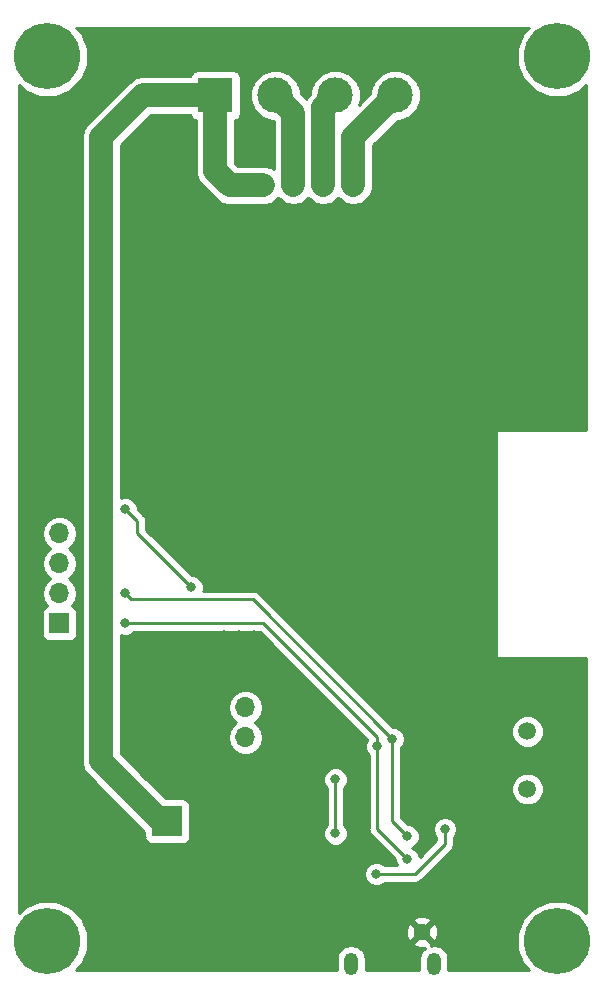
<source format=gbl>
%TF.GenerationSoftware,KiCad,Pcbnew,5.0.1*%
%TF.CreationDate,2018-11-23T03:01:38+01:00*%
%TF.ProjectId,leddings,6C656464696E67732E6B696361645F70,rev?*%
%TF.SameCoordinates,Original*%
%TF.FileFunction,Copper,L2,Bot,Signal*%
%TF.FilePolarity,Positive*%
%FSLAX46Y46*%
G04 Gerber Fmt 4.6, Leading zero omitted, Abs format (unit mm)*
G04 Created by KiCad (PCBNEW 5.0.1) date Fr 23 Nov 2018 03:01:38 CET*
%MOMM*%
%LPD*%
G01*
G04 APERTURE LIST*
%ADD10C,2.600000*%
%ADD11R,2.600000X2.600000*%
%ADD12O,1.200000X1.900000*%
%ADD13C,1.450000*%
%ADD14C,5.600000*%
%ADD15C,1.500000*%
%ADD16O,1.700000X1.700000*%
%ADD17R,1.700000X1.700000*%
%ADD18C,1.700000*%
%ADD19C,3.000000*%
%ADD20R,3.000000X3.000000*%
%ADD21C,0.800000*%
%ADD22C,0.250000*%
%ADD23C,2.000000*%
%ADD24C,0.254000*%
G04 APERTURE END LIST*
D10*
X146940000Y-96980000D03*
X142240000Y-99980000D03*
D11*
X142240000Y-93980000D03*
D12*
X164790000Y-106045000D03*
X157790000Y-106045000D03*
D13*
X163790000Y-103345000D03*
X158790000Y-103345000D03*
D14*
X175260000Y-29210000D03*
X132080000Y-104140000D03*
X132080000Y-29210000D03*
X175260000Y-104140000D03*
D15*
X172720000Y-86360000D03*
X172720000Y-91240000D03*
D16*
X133096000Y-69596000D03*
X133096000Y-72136000D03*
X133096000Y-74676000D03*
D17*
X133096000Y-77216000D03*
D16*
X148844000Y-86868000D03*
X148844000Y-84328000D03*
D17*
X148844000Y-81788000D03*
D18*
X150368000Y-40132000D03*
D16*
X152908000Y-40132000D03*
X155448000Y-40132000D03*
X157988000Y-40132000D03*
D19*
X151384000Y-32512000D03*
X156464000Y-32512000D03*
D20*
X146304000Y-32512000D03*
D19*
X161544000Y-32512000D03*
D21*
X157480000Y-54864000D03*
X157988000Y-55880000D03*
X149352000Y-54864000D03*
X148336000Y-54864000D03*
X165735000Y-94615000D03*
X159915000Y-98425000D03*
X168148000Y-53848000D03*
X167132000Y-53848000D03*
X167640000Y-54864000D03*
X166624000Y-54864000D03*
X167132000Y-55880000D03*
X168148000Y-55880000D03*
X159004000Y-53848000D03*
X157988000Y-53848000D03*
X158496000Y-54864000D03*
X159004000Y-55880000D03*
X149860000Y-55880000D03*
X148844000Y-55880000D03*
X148844000Y-53848000D03*
X149860000Y-53848000D03*
X147320000Y-62484000D03*
X147066000Y-74168000D03*
X148336000Y-74168000D03*
X147066000Y-72898000D03*
X148336000Y-72898000D03*
X149606000Y-72898000D03*
X149606000Y-74168000D03*
X149606000Y-71628000D03*
X148336000Y-71628000D03*
X147066000Y-71628000D03*
X147066000Y-78232000D03*
X148336000Y-78232000D03*
X149606000Y-78232000D03*
X147066000Y-79502000D03*
X148336000Y-79502000D03*
X149606000Y-79502000D03*
X156464000Y-94996000D03*
X156464000Y-90424000D03*
X138684000Y-67564000D03*
X144272000Y-74168000D03*
X162560000Y-95250000D03*
X161290000Y-86995000D03*
X138684000Y-74676000D03*
X160020000Y-87630000D03*
X162560000Y-97155000D03*
X138684000Y-77216000D03*
D22*
X165735000Y-94615000D02*
X165735000Y-95885000D01*
X165735000Y-95885000D02*
X163195000Y-98425000D01*
X163195000Y-98425000D02*
X159915000Y-98425000D01*
D23*
X136652000Y-36068000D02*
X140208000Y-32512000D01*
X136652000Y-88900000D02*
X136652000Y-36068000D01*
X140208000Y-32512000D02*
X146304000Y-32512000D01*
X142240000Y-93980000D02*
X141732000Y-93980000D01*
X141732000Y-93980000D02*
X136652000Y-88900000D01*
X147518000Y-40132000D02*
X146304000Y-38918000D01*
X150368000Y-40132000D02*
X147518000Y-40132000D01*
X146304000Y-38918000D02*
X146304000Y-36576000D01*
X146304000Y-32512000D02*
X146304000Y-36576000D01*
X157988000Y-36068000D02*
X161544000Y-32512000D01*
X157988000Y-40132000D02*
X157988000Y-36068000D01*
X155448000Y-33528000D02*
X156464000Y-32512000D01*
X155448000Y-40132000D02*
X155448000Y-33528000D01*
X152908000Y-34036000D02*
X151384000Y-32512000D01*
X152908000Y-40132000D02*
X152908000Y-34036000D01*
D22*
X156464000Y-94996000D02*
X156464000Y-90424000D01*
X139700000Y-68580000D02*
X138684000Y-67564000D01*
X139700000Y-69596000D02*
X139700000Y-68580000D01*
X144272000Y-74168000D02*
X139700000Y-69596000D01*
X162560000Y-95250000D02*
X161290000Y-93980000D01*
X161290000Y-93980000D02*
X161290000Y-86995000D01*
X149479000Y-75184000D02*
X161290000Y-86995000D01*
X139192000Y-75184000D02*
X149479000Y-75184000D01*
X138684000Y-74676000D02*
X139192000Y-75184000D01*
X160020000Y-87630000D02*
X160020000Y-94615000D01*
X160020000Y-94615000D02*
X162560000Y-97155000D01*
X160020000Y-87630000D02*
X160020000Y-86868000D01*
X150368000Y-77216000D02*
X140208000Y-77216000D01*
X160020000Y-86868000D02*
X150368000Y-77216000D01*
X138684000Y-77216000D02*
X140208000Y-77216000D01*
X140208000Y-77216000D02*
X140716000Y-77216000D01*
D24*
X134524824Y-26797000D02*
X172815176Y-26797000D01*
X134766124Y-27038300D02*
X172573876Y-27038300D01*
X134998420Y-27279600D02*
X172341581Y-27279600D01*
X135098370Y-27520900D02*
X172241631Y-27520900D01*
X135198320Y-27762200D02*
X172141681Y-27762200D01*
X135298269Y-28003500D02*
X172041732Y-28003500D01*
X135398219Y-28244800D02*
X171941782Y-28244800D01*
X135498169Y-28486100D02*
X171841832Y-28486100D01*
X135515000Y-28727400D02*
X171825000Y-28727400D01*
X135515000Y-28968700D02*
X171825000Y-28968700D01*
X135515000Y-29210000D02*
X171825000Y-29210000D01*
X135515000Y-29451300D02*
X171825000Y-29451300D01*
X135515000Y-29692600D02*
X171825000Y-29692600D01*
X135498168Y-29933900D02*
X171841831Y-29933900D01*
X135398218Y-30175200D02*
X171941781Y-30175200D01*
X135298268Y-30416500D02*
X144552259Y-30416500D01*
X148055742Y-30416500D02*
X150863961Y-30416500D01*
X151904040Y-30416500D02*
X155943961Y-30416500D01*
X156984040Y-30416500D02*
X161023961Y-30416500D01*
X162064040Y-30416500D02*
X172041731Y-30416500D01*
X135198319Y-30657800D02*
X144276962Y-30657800D01*
X148331039Y-30657800D02*
X150281411Y-30657800D01*
X152486590Y-30657800D02*
X155361411Y-30657800D01*
X157566590Y-30657800D02*
X160441411Y-30657800D01*
X162646590Y-30657800D02*
X172141680Y-30657800D01*
X135098369Y-30899100D02*
X139935865Y-30899100D01*
X148428984Y-30899100D02*
X149977554Y-30899100D01*
X152790446Y-30899100D02*
X155057554Y-30899100D01*
X157870446Y-30899100D02*
X160137554Y-30899100D01*
X162950446Y-30899100D02*
X172241630Y-30899100D01*
X134998419Y-31140400D02*
X139317824Y-31140400D01*
X148451440Y-31140400D02*
X149736254Y-31140400D01*
X153031746Y-31140400D02*
X154816254Y-31140400D01*
X158111746Y-31140400D02*
X159896254Y-31140400D01*
X163191746Y-31140400D02*
X172341580Y-31140400D01*
X134766124Y-31381700D02*
X138996846Y-31381700D01*
X148451440Y-31381700D02*
X149541279Y-31381700D01*
X153226722Y-31381700D02*
X154621279Y-31381700D01*
X158306722Y-31381700D02*
X159701279Y-31381700D01*
X163386722Y-31381700D02*
X172573876Y-31381700D01*
X134524824Y-31623000D02*
X138784762Y-31623000D01*
X148451440Y-31623000D02*
X149441329Y-31623000D01*
X153326672Y-31623000D02*
X154521329Y-31623000D01*
X158406672Y-31623000D02*
X159601329Y-31623000D01*
X163486672Y-31623000D02*
X172815176Y-31623000D01*
X129667000Y-31864300D02*
X129876476Y-31864300D01*
X134283524Y-31864300D02*
X138543462Y-31864300D01*
X148451440Y-31864300D02*
X149341379Y-31864300D01*
X153426622Y-31864300D02*
X154421379Y-31864300D01*
X158506622Y-31864300D02*
X159501379Y-31864300D01*
X163586622Y-31864300D02*
X173056476Y-31864300D01*
X177463524Y-31864300D02*
X177673000Y-31864300D01*
X129667000Y-32105600D02*
X130117776Y-32105600D01*
X134042224Y-32105600D02*
X138302162Y-32105600D01*
X148451440Y-32105600D02*
X149249000Y-32105600D01*
X153519000Y-32105600D02*
X154329000Y-32105600D01*
X158599000Y-32105600D02*
X159409000Y-32105600D01*
X163679000Y-32105600D02*
X173297776Y-32105600D01*
X177222224Y-32105600D02*
X177673000Y-32105600D01*
X129667000Y-32346900D02*
X130677058Y-32346900D01*
X133482941Y-32346900D02*
X138060862Y-32346900D01*
X148451440Y-32346900D02*
X149249000Y-32346900D01*
X153531139Y-32346900D02*
X154272721Y-32346900D01*
X158599000Y-32346900D02*
X159396862Y-32346900D01*
X163679000Y-32346900D02*
X173857058Y-32346900D01*
X176662941Y-32346900D02*
X177673000Y-32346900D01*
X129667000Y-32588200D02*
X131259608Y-32588200D01*
X132900391Y-32588200D02*
X137819562Y-32588200D01*
X148451440Y-32588200D02*
X149249000Y-32588200D01*
X153772439Y-32588200D02*
X154109559Y-32588200D01*
X158599000Y-32588200D02*
X159155562Y-32588200D01*
X163679000Y-32588200D02*
X174439608Y-32588200D01*
X176080391Y-32588200D02*
X177673000Y-32588200D01*
X129667000Y-32829500D02*
X137578262Y-32829500D01*
X148451440Y-32829500D02*
X149249000Y-32829500D01*
X158599000Y-32829500D02*
X158914262Y-32829500D01*
X163679000Y-32829500D02*
X177673000Y-32829500D01*
X129667000Y-33070800D02*
X137336962Y-33070800D01*
X148451440Y-33070800D02*
X149304555Y-33070800D01*
X158543444Y-33070800D02*
X158672962Y-33070800D01*
X163623444Y-33070800D02*
X177673000Y-33070800D01*
X129667000Y-33312100D02*
X137095662Y-33312100D01*
X148451440Y-33312100D02*
X149404504Y-33312100D01*
X163523495Y-33312100D02*
X177673000Y-33312100D01*
X129667000Y-33553400D02*
X136854362Y-33553400D01*
X148451440Y-33553400D02*
X149504454Y-33553400D01*
X163423545Y-33553400D02*
X177673000Y-33553400D01*
X129667000Y-33794700D02*
X136613062Y-33794700D01*
X148451440Y-33794700D02*
X149647354Y-33794700D01*
X163280646Y-33794700D02*
X177673000Y-33794700D01*
X129667000Y-34036000D02*
X136371762Y-34036000D01*
X148446666Y-34036000D02*
X149888654Y-34036000D01*
X163039346Y-34036000D02*
X177673000Y-34036000D01*
X129667000Y-34277300D02*
X136130462Y-34277300D01*
X140754938Y-34277300D02*
X144217559Y-34277300D01*
X148390440Y-34277300D02*
X150129954Y-34277300D01*
X162798046Y-34277300D02*
X177673000Y-34277300D01*
X129667000Y-34518600D02*
X135889162Y-34518600D01*
X140513638Y-34518600D02*
X144419211Y-34518600D01*
X148188788Y-34518600D02*
X150649336Y-34518600D01*
X162278663Y-34518600D02*
X177673000Y-34518600D01*
X129667000Y-34759900D02*
X135647862Y-34759900D01*
X140272338Y-34759900D02*
X144669001Y-34759900D01*
X147939000Y-34759900D02*
X151273001Y-34759900D01*
X161608338Y-34759900D02*
X177673000Y-34759900D01*
X129667000Y-35001200D02*
X135398417Y-35001200D01*
X140031038Y-35001200D02*
X144669001Y-35001200D01*
X147939000Y-35001200D02*
X151273001Y-35001200D01*
X161367038Y-35001200D02*
X177673000Y-35001200D01*
X129667000Y-35242500D02*
X135237186Y-35242500D01*
X139789738Y-35242500D02*
X144669001Y-35242500D01*
X147939000Y-35242500D02*
X151273001Y-35242500D01*
X161125738Y-35242500D02*
X177673000Y-35242500D01*
X129667000Y-35483800D02*
X135101175Y-35483800D01*
X139548438Y-35483800D02*
X144669001Y-35483800D01*
X147939000Y-35483800D02*
X151273001Y-35483800D01*
X160884438Y-35483800D02*
X177673000Y-35483800D01*
X129667000Y-35725100D02*
X135053177Y-35725100D01*
X139307138Y-35725100D02*
X144669001Y-35725100D01*
X147939000Y-35725100D02*
X151273001Y-35725100D01*
X160643138Y-35725100D02*
X177673000Y-35725100D01*
X129667000Y-35966400D02*
X135005179Y-35966400D01*
X139065838Y-35966400D02*
X144669001Y-35966400D01*
X147939000Y-35966400D02*
X151273001Y-35966400D01*
X160401838Y-35966400D02*
X177673000Y-35966400D01*
X129667000Y-36207700D02*
X135012757Y-36207700D01*
X138824538Y-36207700D02*
X144669001Y-36207700D01*
X147939000Y-36207700D02*
X151273001Y-36207700D01*
X160160538Y-36207700D02*
X177673000Y-36207700D01*
X129667000Y-36449000D02*
X135017001Y-36449000D01*
X138583238Y-36449000D02*
X144669001Y-36449000D01*
X147939000Y-36449000D02*
X151273001Y-36449000D01*
X159919238Y-36449000D02*
X177673000Y-36449000D01*
X129667000Y-36690300D02*
X135017001Y-36690300D01*
X138341938Y-36690300D02*
X144669001Y-36690300D01*
X147939000Y-36690300D02*
X151273001Y-36690300D01*
X159677938Y-36690300D02*
X177673000Y-36690300D01*
X129667000Y-36931600D02*
X135017001Y-36931600D01*
X138287000Y-36931600D02*
X144669001Y-36931600D01*
X147939000Y-36931600D02*
X151273001Y-36931600D01*
X159623000Y-36931600D02*
X177673000Y-36931600D01*
X129667000Y-37172900D02*
X135017001Y-37172900D01*
X138287000Y-37172900D02*
X144669001Y-37172900D01*
X147939000Y-37172900D02*
X151273001Y-37172900D01*
X159623000Y-37172900D02*
X177673000Y-37172900D01*
X129667000Y-37414200D02*
X135017001Y-37414200D01*
X138287000Y-37414200D02*
X144669001Y-37414200D01*
X147939000Y-37414200D02*
X151273001Y-37414200D01*
X159623000Y-37414200D02*
X177673000Y-37414200D01*
X129667000Y-37655500D02*
X135017001Y-37655500D01*
X138287000Y-37655500D02*
X144669001Y-37655500D01*
X147939000Y-37655500D02*
X151273001Y-37655500D01*
X159623000Y-37655500D02*
X177673000Y-37655500D01*
X129667000Y-37896800D02*
X135017001Y-37896800D01*
X138287000Y-37896800D02*
X144669001Y-37896800D01*
X147939000Y-37896800D02*
X151273001Y-37896800D01*
X159623000Y-37896800D02*
X177673000Y-37896800D01*
X129667000Y-38138100D02*
X135017001Y-38138100D01*
X138287000Y-38138100D02*
X144669001Y-38138100D01*
X147939000Y-38138100D02*
X151273001Y-38138100D01*
X159623000Y-38138100D02*
X177673000Y-38138100D01*
X129667000Y-38379400D02*
X135017001Y-38379400D01*
X138287000Y-38379400D02*
X144669001Y-38379400D01*
X148077639Y-38379400D02*
X151273001Y-38379400D01*
X159623000Y-38379400D02*
X177673000Y-38379400D01*
X129667000Y-38620700D02*
X135017001Y-38620700D01*
X138287000Y-38620700D02*
X144669001Y-38620700D01*
X151049101Y-38620700D02*
X151273001Y-38620700D01*
X159623000Y-38620700D02*
X177673000Y-38620700D01*
X129667000Y-38862000D02*
X135017001Y-38862000D01*
X138287000Y-38862000D02*
X144648109Y-38862000D01*
X159623000Y-38862000D02*
X177673000Y-38862000D01*
X129667000Y-39103300D02*
X135017001Y-39103300D01*
X138287000Y-39103300D02*
X144673827Y-39103300D01*
X159623000Y-39103300D02*
X177673000Y-39103300D01*
X129667000Y-39344600D02*
X135017001Y-39344600D01*
X138287000Y-39344600D02*
X144721825Y-39344600D01*
X159623000Y-39344600D02*
X177673000Y-39344600D01*
X129667000Y-39585900D02*
X135017001Y-39585900D01*
X138287000Y-39585900D02*
X144783879Y-39585900D01*
X159623000Y-39585900D02*
X177673000Y-39585900D01*
X129667000Y-39827200D02*
X135017001Y-39827200D01*
X138287000Y-39827200D02*
X144945111Y-39827200D01*
X159623000Y-39827200D02*
X177673000Y-39827200D01*
X129667000Y-40068500D02*
X135017001Y-40068500D01*
X138287000Y-40068500D02*
X145106342Y-40068500D01*
X159623000Y-40068500D02*
X177673000Y-40068500D01*
X129667000Y-40309800D02*
X135017001Y-40309800D01*
X138287000Y-40309800D02*
X145383561Y-40309800D01*
X159619664Y-40309800D02*
X177673000Y-40309800D01*
X129667000Y-40551100D02*
X135017001Y-40551100D01*
X138287000Y-40551100D02*
X145624861Y-40551100D01*
X159571666Y-40551100D02*
X177673000Y-40551100D01*
X129667000Y-40792400D02*
X135017001Y-40792400D01*
X138287000Y-40792400D02*
X145866161Y-40792400D01*
X159513132Y-40792400D02*
X177673000Y-40792400D01*
X129667000Y-41033700D02*
X135017001Y-41033700D01*
X138287000Y-41033700D02*
X146107461Y-41033700D01*
X159351900Y-41033700D02*
X177673000Y-41033700D01*
X129667000Y-41275000D02*
X135017001Y-41275000D01*
X138287000Y-41275000D02*
X146315330Y-41275000D01*
X151570669Y-41275000D02*
X151705330Y-41275000D01*
X154110669Y-41275000D02*
X154245330Y-41275000D01*
X156650669Y-41275000D02*
X156785330Y-41275000D01*
X159190669Y-41275000D02*
X177673000Y-41275000D01*
X129667000Y-41516300D02*
X135017001Y-41516300D01*
X138287000Y-41516300D02*
X146646829Y-41516300D01*
X151239170Y-41516300D02*
X152036829Y-41516300D01*
X153779169Y-41516300D02*
X154576829Y-41516300D01*
X156319169Y-41516300D02*
X157116829Y-41516300D01*
X158859169Y-41516300D02*
X177673000Y-41516300D01*
X129667000Y-41757600D02*
X135017001Y-41757600D01*
X138287000Y-41757600D02*
X147309711Y-41757600D01*
X150576288Y-41757600D02*
X152699712Y-41757600D01*
X153116287Y-41757600D02*
X155239712Y-41757600D01*
X155656287Y-41757600D02*
X157779712Y-41757600D01*
X158196287Y-41757600D02*
X177673000Y-41757600D01*
X129667000Y-41998900D02*
X135017001Y-41998900D01*
X138287000Y-41998900D02*
X177673000Y-41998900D01*
X129667000Y-42240200D02*
X135017001Y-42240200D01*
X138287000Y-42240200D02*
X177673000Y-42240200D01*
X129667000Y-42481500D02*
X135017001Y-42481500D01*
X138287000Y-42481500D02*
X177673000Y-42481500D01*
X129667000Y-42722800D02*
X135017001Y-42722800D01*
X138287000Y-42722800D02*
X177673000Y-42722800D01*
X129667000Y-42964100D02*
X135017001Y-42964100D01*
X138287000Y-42964100D02*
X177673000Y-42964100D01*
X129667000Y-43205400D02*
X135017001Y-43205400D01*
X138287000Y-43205400D02*
X177673000Y-43205400D01*
X129667000Y-43446700D02*
X135017001Y-43446700D01*
X138287000Y-43446700D02*
X177673000Y-43446700D01*
X129667000Y-43688000D02*
X135017001Y-43688000D01*
X138287000Y-43688000D02*
X177673000Y-43688000D01*
X129667000Y-43929300D02*
X135017001Y-43929300D01*
X138287000Y-43929300D02*
X177673000Y-43929300D01*
X129667000Y-44170600D02*
X135017001Y-44170600D01*
X138287000Y-44170600D02*
X177673000Y-44170600D01*
X129667000Y-44411900D02*
X135017001Y-44411900D01*
X138287000Y-44411900D02*
X177673000Y-44411900D01*
X129667000Y-44653200D02*
X135017001Y-44653200D01*
X138287000Y-44653200D02*
X177673000Y-44653200D01*
X129667000Y-44894500D02*
X135017001Y-44894500D01*
X138287000Y-44894500D02*
X177673000Y-44894500D01*
X129667000Y-45135800D02*
X135017001Y-45135800D01*
X138287000Y-45135800D02*
X177673000Y-45135800D01*
X129667000Y-45377100D02*
X135017001Y-45377100D01*
X138287000Y-45377100D02*
X177673000Y-45377100D01*
X129667000Y-45618400D02*
X135017001Y-45618400D01*
X138287000Y-45618400D02*
X177673000Y-45618400D01*
X129667000Y-45859700D02*
X135017001Y-45859700D01*
X138287000Y-45859700D02*
X177673000Y-45859700D01*
X129667000Y-46101000D02*
X135017001Y-46101000D01*
X138287000Y-46101000D02*
X177673000Y-46101000D01*
X129667000Y-46342300D02*
X135017001Y-46342300D01*
X138287000Y-46342300D02*
X177673000Y-46342300D01*
X129667000Y-46583600D02*
X135017001Y-46583600D01*
X138287000Y-46583600D02*
X177673000Y-46583600D01*
X129667000Y-46824900D02*
X135017001Y-46824900D01*
X138287000Y-46824900D02*
X177673000Y-46824900D01*
X129667000Y-47066200D02*
X135017001Y-47066200D01*
X138287000Y-47066200D02*
X177673000Y-47066200D01*
X129667000Y-47307500D02*
X135017001Y-47307500D01*
X138287000Y-47307500D02*
X177673000Y-47307500D01*
X129667000Y-47548800D02*
X135017001Y-47548800D01*
X138287000Y-47548800D02*
X177673000Y-47548800D01*
X129667000Y-47790100D02*
X135017001Y-47790100D01*
X138287000Y-47790100D02*
X177673000Y-47790100D01*
X129667000Y-48031400D02*
X135017001Y-48031400D01*
X138287000Y-48031400D02*
X177673000Y-48031400D01*
X129667000Y-48272700D02*
X135017001Y-48272700D01*
X138287000Y-48272700D02*
X177673000Y-48272700D01*
X129667000Y-48514000D02*
X135017001Y-48514000D01*
X138287000Y-48514000D02*
X177673000Y-48514000D01*
X129667000Y-48755300D02*
X135017001Y-48755300D01*
X138287000Y-48755300D02*
X177673000Y-48755300D01*
X129667000Y-48996600D02*
X135017001Y-48996600D01*
X138287000Y-48996600D02*
X177673000Y-48996600D01*
X129667000Y-49237900D02*
X135017001Y-49237900D01*
X138287000Y-49237900D02*
X177673000Y-49237900D01*
X129667000Y-49479200D02*
X135017001Y-49479200D01*
X138287000Y-49479200D02*
X177673000Y-49479200D01*
X129667000Y-49720500D02*
X135017001Y-49720500D01*
X138287000Y-49720500D02*
X177673000Y-49720500D01*
X129667000Y-49961800D02*
X135017001Y-49961800D01*
X138287000Y-49961800D02*
X177673000Y-49961800D01*
X129667000Y-50203100D02*
X135017001Y-50203100D01*
X138287000Y-50203100D02*
X177673000Y-50203100D01*
X129667000Y-50444400D02*
X135017001Y-50444400D01*
X138287000Y-50444400D02*
X177673000Y-50444400D01*
X129667000Y-50685700D02*
X135017001Y-50685700D01*
X138287000Y-50685700D02*
X177673000Y-50685700D01*
X129667000Y-50927000D02*
X135017001Y-50927000D01*
X138287000Y-50927000D02*
X177673000Y-50927000D01*
X129667000Y-51168300D02*
X135017001Y-51168300D01*
X138287000Y-51168300D02*
X177673000Y-51168300D01*
X129667000Y-51409600D02*
X135017001Y-51409600D01*
X138287000Y-51409600D02*
X177673000Y-51409600D01*
X129667000Y-51650900D02*
X135017001Y-51650900D01*
X138287000Y-51650900D02*
X177673000Y-51650900D01*
X129667000Y-51892200D02*
X135017001Y-51892200D01*
X138287000Y-51892200D02*
X177673000Y-51892200D01*
X129667000Y-52133500D02*
X135017001Y-52133500D01*
X138287000Y-52133500D02*
X177673000Y-52133500D01*
X129667000Y-52374800D02*
X135017001Y-52374800D01*
X138287000Y-52374800D02*
X177673000Y-52374800D01*
X129667000Y-52616100D02*
X135017001Y-52616100D01*
X138287000Y-52616100D02*
X177673000Y-52616100D01*
X129667000Y-52857400D02*
X135017001Y-52857400D01*
X138287000Y-52857400D02*
X177673000Y-52857400D01*
X129667000Y-53098700D02*
X135017001Y-53098700D01*
X138287000Y-53098700D02*
X177673000Y-53098700D01*
X129667000Y-53340000D02*
X135017001Y-53340000D01*
X138287000Y-53340000D02*
X177673000Y-53340000D01*
X129667000Y-53581300D02*
X135017001Y-53581300D01*
X138287000Y-53581300D02*
X177673000Y-53581300D01*
X129667000Y-53822600D02*
X135017001Y-53822600D01*
X138287000Y-53822600D02*
X177673000Y-53822600D01*
X129667000Y-54063900D02*
X135017001Y-54063900D01*
X138287000Y-54063900D02*
X177673000Y-54063900D01*
X129667000Y-54305200D02*
X135017001Y-54305200D01*
X138287000Y-54305200D02*
X177673000Y-54305200D01*
X129667000Y-54546500D02*
X135017001Y-54546500D01*
X138287000Y-54546500D02*
X177673000Y-54546500D01*
X129667000Y-54787800D02*
X135017001Y-54787800D01*
X138287000Y-54787800D02*
X177673000Y-54787800D01*
X129667000Y-55029100D02*
X135017001Y-55029100D01*
X138287000Y-55029100D02*
X177673000Y-55029100D01*
X129667000Y-55270400D02*
X135017001Y-55270400D01*
X138287000Y-55270400D02*
X177673000Y-55270400D01*
X129667000Y-55511700D02*
X135017001Y-55511700D01*
X138287000Y-55511700D02*
X177673000Y-55511700D01*
X129667000Y-55753000D02*
X135017001Y-55753000D01*
X138287000Y-55753000D02*
X177673000Y-55753000D01*
X129667000Y-55994300D02*
X135017001Y-55994300D01*
X138287000Y-55994300D02*
X177673000Y-55994300D01*
X129667000Y-56235600D02*
X135017001Y-56235600D01*
X138287000Y-56235600D02*
X177673000Y-56235600D01*
X129667000Y-56476900D02*
X135017001Y-56476900D01*
X138287000Y-56476900D02*
X177673000Y-56476900D01*
X129667000Y-56718200D02*
X135017001Y-56718200D01*
X138287000Y-56718200D02*
X177673000Y-56718200D01*
X129667000Y-56959500D02*
X135017001Y-56959500D01*
X138287000Y-56959500D02*
X177673000Y-56959500D01*
X129667000Y-57200800D02*
X135017001Y-57200800D01*
X138287000Y-57200800D02*
X177673000Y-57200800D01*
X129667000Y-57442100D02*
X135017001Y-57442100D01*
X138287000Y-57442100D02*
X177673000Y-57442100D01*
X129667000Y-57683400D02*
X135017001Y-57683400D01*
X138287000Y-57683400D02*
X177673000Y-57683400D01*
X129667000Y-57924700D02*
X135017001Y-57924700D01*
X138287000Y-57924700D02*
X177673000Y-57924700D01*
X129667000Y-58166000D02*
X135017001Y-58166000D01*
X138287000Y-58166000D02*
X177673000Y-58166000D01*
X129667000Y-58407300D02*
X135017001Y-58407300D01*
X138287000Y-58407300D02*
X177673000Y-58407300D01*
X129667000Y-58648600D02*
X135017001Y-58648600D01*
X138287000Y-58648600D02*
X177673000Y-58648600D01*
X129667000Y-58889900D02*
X135017001Y-58889900D01*
X138287000Y-58889900D02*
X177673000Y-58889900D01*
X129667000Y-59131200D02*
X135017001Y-59131200D01*
X138287000Y-59131200D02*
X177673000Y-59131200D01*
X129667000Y-59372500D02*
X135017001Y-59372500D01*
X138287000Y-59372500D02*
X177673000Y-59372500D01*
X129667000Y-59613800D02*
X135017001Y-59613800D01*
X138287000Y-59613800D02*
X177673000Y-59613800D01*
X129667000Y-59855100D02*
X135017001Y-59855100D01*
X138287000Y-59855100D02*
X177673000Y-59855100D01*
X129667000Y-60096400D02*
X135017001Y-60096400D01*
X138287000Y-60096400D02*
X177673000Y-60096400D01*
X129667000Y-60337700D02*
X135017001Y-60337700D01*
X138287000Y-60337700D02*
X177673000Y-60337700D01*
X129667000Y-60579000D02*
X135017001Y-60579000D01*
X138287000Y-60579000D02*
X177673000Y-60579000D01*
X129667000Y-60820300D02*
X135017001Y-60820300D01*
X138287000Y-60820300D02*
X177673000Y-60820300D01*
X129667000Y-61061600D02*
X135017001Y-61061600D01*
X138287000Y-61061600D02*
X170053000Y-61061600D01*
X129667000Y-61302900D02*
X135017001Y-61302900D01*
X138287000Y-61302900D02*
X170053000Y-61302900D01*
X129667000Y-61544200D02*
X135017001Y-61544200D01*
X138287000Y-61544200D02*
X170053000Y-61544200D01*
X129667000Y-61785500D02*
X135017001Y-61785500D01*
X138287000Y-61785500D02*
X170053000Y-61785500D01*
X129667000Y-62026800D02*
X135017001Y-62026800D01*
X138287000Y-62026800D02*
X170053000Y-62026800D01*
X129667000Y-62268100D02*
X135017001Y-62268100D01*
X138287000Y-62268100D02*
X170053000Y-62268100D01*
X129667000Y-62509400D02*
X135017001Y-62509400D01*
X138287000Y-62509400D02*
X170053000Y-62509400D01*
X129667000Y-62750700D02*
X135017001Y-62750700D01*
X138287000Y-62750700D02*
X170053000Y-62750700D01*
X129667000Y-62992000D02*
X135017001Y-62992000D01*
X138287000Y-62992000D02*
X170053000Y-62992000D01*
X129667000Y-63233300D02*
X135017001Y-63233300D01*
X138287000Y-63233300D02*
X170053000Y-63233300D01*
X129667000Y-63474600D02*
X135017001Y-63474600D01*
X138287000Y-63474600D02*
X170053000Y-63474600D01*
X129667000Y-63715900D02*
X135017001Y-63715900D01*
X138287000Y-63715900D02*
X170053000Y-63715900D01*
X129667000Y-63957200D02*
X135017001Y-63957200D01*
X138287000Y-63957200D02*
X170053000Y-63957200D01*
X129667000Y-64198500D02*
X135017001Y-64198500D01*
X138287000Y-64198500D02*
X170053000Y-64198500D01*
X129667000Y-64439800D02*
X135017001Y-64439800D01*
X138287000Y-64439800D02*
X170053000Y-64439800D01*
X129667000Y-64681100D02*
X135017001Y-64681100D01*
X138287000Y-64681100D02*
X170053000Y-64681100D01*
X129667000Y-64922400D02*
X135017001Y-64922400D01*
X138287000Y-64922400D02*
X170053000Y-64922400D01*
X129667000Y-65163700D02*
X135017001Y-65163700D01*
X138287000Y-65163700D02*
X170053000Y-65163700D01*
X129667000Y-65405000D02*
X135017001Y-65405000D01*
X138287000Y-65405000D02*
X170053000Y-65405000D01*
X129667000Y-65646300D02*
X135017001Y-65646300D01*
X138287000Y-65646300D02*
X170053000Y-65646300D01*
X129667000Y-65887600D02*
X135017001Y-65887600D01*
X138287000Y-65887600D02*
X170053000Y-65887600D01*
X129667000Y-66128900D02*
X135017001Y-66128900D01*
X138287000Y-66128900D02*
X170053000Y-66128900D01*
X129667000Y-66370200D02*
X135017001Y-66370200D01*
X138287000Y-66370200D02*
X170053000Y-66370200D01*
X129667000Y-66611500D02*
X135017001Y-66611500D01*
X139089048Y-66611500D02*
X170053000Y-66611500D01*
X129667000Y-66852800D02*
X135017001Y-66852800D01*
X139436511Y-66852800D02*
X170053000Y-66852800D01*
X129667000Y-67094100D02*
X135017001Y-67094100D01*
X139609638Y-67094100D02*
X170053000Y-67094100D01*
X129667000Y-67335400D02*
X135017001Y-67335400D01*
X139709587Y-67335400D02*
X170053000Y-67335400D01*
X129667000Y-67576700D02*
X135017001Y-67576700D01*
X139771502Y-67576700D02*
X170053000Y-67576700D01*
X129667000Y-67818000D02*
X135017001Y-67818000D01*
X140012802Y-67818000D02*
X170053000Y-67818000D01*
X129667000Y-68059300D02*
X135017001Y-68059300D01*
X140266123Y-68059300D02*
X170053000Y-68059300D01*
X129667000Y-68300600D02*
X132361775Y-68300600D01*
X133830226Y-68300600D02*
X135017001Y-68300600D01*
X140419313Y-68300600D02*
X170053000Y-68300600D01*
X129667000Y-68541900D02*
X132014334Y-68541900D01*
X134177667Y-68541900D02*
X135017001Y-68541900D01*
X140467310Y-68541900D02*
X170053000Y-68541900D01*
X129667000Y-68783200D02*
X131853102Y-68783200D01*
X134338899Y-68783200D02*
X135017001Y-68783200D01*
X140460000Y-68783200D02*
X170053000Y-68783200D01*
X129667000Y-69024500D02*
X131695587Y-69024500D01*
X134496414Y-69024500D02*
X135017001Y-69024500D01*
X140460000Y-69024500D02*
X170053000Y-69024500D01*
X129667000Y-69265800D02*
X131647589Y-69265800D01*
X134544412Y-69265800D02*
X135017001Y-69265800D01*
X140460000Y-69265800D02*
X170053000Y-69265800D01*
X129667000Y-69507100D02*
X131599592Y-69507100D01*
X134592409Y-69507100D02*
X135017001Y-69507100D01*
X140685902Y-69507100D02*
X170053000Y-69507100D01*
X129667000Y-69748400D02*
X131612222Y-69748400D01*
X134579777Y-69748400D02*
X135017001Y-69748400D01*
X140927202Y-69748400D02*
X170053000Y-69748400D01*
X129667000Y-69989700D02*
X131660219Y-69989700D01*
X134531780Y-69989700D02*
X135017001Y-69989700D01*
X141168502Y-69989700D02*
X170053000Y-69989700D01*
X129667000Y-70231000D02*
X131734299Y-70231000D01*
X134457700Y-70231000D02*
X135017001Y-70231000D01*
X141409802Y-70231000D02*
X170053000Y-70231000D01*
X129667000Y-70472300D02*
X131895531Y-70472300D01*
X134296468Y-70472300D02*
X135017001Y-70472300D01*
X141651102Y-70472300D02*
X170053000Y-70472300D01*
X129667000Y-70713600D02*
X132095678Y-70713600D01*
X134096321Y-70713600D02*
X135017001Y-70713600D01*
X141892402Y-70713600D02*
X170053000Y-70713600D01*
X129667000Y-70954900D02*
X132190713Y-70954900D01*
X134001288Y-70954900D02*
X135017001Y-70954900D01*
X142133702Y-70954900D02*
X170053000Y-70954900D01*
X129667000Y-71196200D02*
X131937961Y-71196200D01*
X134254040Y-71196200D02*
X135017001Y-71196200D01*
X142375002Y-71196200D02*
X170053000Y-71196200D01*
X129667000Y-71437500D02*
X131776730Y-71437500D01*
X134415271Y-71437500D02*
X135017001Y-71437500D01*
X142616303Y-71437500D02*
X170053000Y-71437500D01*
X129667000Y-71678800D02*
X131672851Y-71678800D01*
X134519150Y-71678800D02*
X135017001Y-71678800D01*
X142857603Y-71678800D02*
X170053000Y-71678800D01*
X129667000Y-71920100D02*
X131624854Y-71920100D01*
X134567147Y-71920100D02*
X135017001Y-71920100D01*
X143098903Y-71920100D02*
X170053000Y-71920100D01*
X129667000Y-72161400D02*
X131586960Y-72161400D01*
X134605039Y-72161400D02*
X135017001Y-72161400D01*
X143340203Y-72161400D02*
X170053000Y-72161400D01*
X129667000Y-72402700D02*
X131634957Y-72402700D01*
X134557042Y-72402700D02*
X135017001Y-72402700D01*
X143581503Y-72402700D02*
X170053000Y-72402700D01*
X129667000Y-72644000D02*
X131682955Y-72644000D01*
X134509044Y-72644000D02*
X135017001Y-72644000D01*
X143822803Y-72644000D02*
X170053000Y-72644000D01*
X129667000Y-72885300D02*
X131810672Y-72885300D01*
X134381327Y-72885300D02*
X135017001Y-72885300D01*
X144064103Y-72885300D02*
X170053000Y-72885300D01*
X129667000Y-73126600D02*
X131971904Y-73126600D01*
X134220095Y-73126600D02*
X135017001Y-73126600D01*
X144305403Y-73126600D02*
X170053000Y-73126600D01*
X129667000Y-73367900D02*
X132266740Y-73367900D01*
X133925259Y-73367900D02*
X135017001Y-73367900D01*
X144935611Y-73367900D02*
X170053000Y-73367900D01*
X129667000Y-73609200D02*
X132022820Y-73609200D01*
X134169181Y-73609200D02*
X135017001Y-73609200D01*
X145160814Y-73609200D02*
X170053000Y-73609200D01*
X129667000Y-73850500D02*
X131861588Y-73850500D01*
X134330413Y-73850500D02*
X135017001Y-73850500D01*
X145260764Y-73850500D02*
X170053000Y-73850500D01*
X129667000Y-74091800D02*
X131700357Y-74091800D01*
X134491644Y-74091800D02*
X135017001Y-74091800D01*
X145307000Y-74091800D02*
X170053000Y-74091800D01*
X129667000Y-74333100D02*
X131650115Y-74333100D01*
X134541886Y-74333100D02*
X135017001Y-74333100D01*
X145307000Y-74333100D02*
X170053000Y-74333100D01*
X129667000Y-74574400D02*
X131602118Y-74574400D01*
X134589883Y-74574400D02*
X135017001Y-74574400D01*
X149934632Y-74574400D02*
X170053000Y-74574400D01*
X129667000Y-74815700D02*
X131609695Y-74815700D01*
X134582304Y-74815700D02*
X135017001Y-74815700D01*
X150185502Y-74815700D02*
X170053000Y-74815700D01*
X129667000Y-75057000D02*
X131657693Y-75057000D01*
X134534306Y-75057000D02*
X135017001Y-75057000D01*
X150426802Y-75057000D02*
X170053000Y-75057000D01*
X129667000Y-75298300D02*
X131725813Y-75298300D01*
X134466186Y-75298300D02*
X135017001Y-75298300D01*
X150668102Y-75298300D02*
X170053000Y-75298300D01*
X129667000Y-75539600D02*
X131887045Y-75539600D01*
X134304954Y-75539600D02*
X135017001Y-75539600D01*
X150909402Y-75539600D02*
X170053000Y-75539600D01*
X129667000Y-75780900D02*
X131978694Y-75780900D01*
X134213307Y-75780900D02*
X135017001Y-75780900D01*
X151150702Y-75780900D02*
X170053000Y-75780900D01*
X129667000Y-76022200D02*
X131712013Y-76022200D01*
X134479988Y-76022200D02*
X135017001Y-76022200D01*
X151392002Y-76022200D02*
X170053000Y-76022200D01*
X129667000Y-76263500D02*
X131618949Y-76263500D01*
X134573052Y-76263500D02*
X135017001Y-76263500D01*
X151633302Y-76263500D02*
X170053000Y-76263500D01*
X129667000Y-76504800D02*
X131598560Y-76504800D01*
X134593440Y-76504800D02*
X135017001Y-76504800D01*
X151874602Y-76504800D02*
X170053000Y-76504800D01*
X129667000Y-76746100D02*
X131598560Y-76746100D01*
X134593440Y-76746100D02*
X135017001Y-76746100D01*
X152115902Y-76746100D02*
X170053000Y-76746100D01*
X129667000Y-76987400D02*
X131598560Y-76987400D01*
X134593440Y-76987400D02*
X135017001Y-76987400D01*
X152357202Y-76987400D02*
X170053000Y-76987400D01*
X129667000Y-77228700D02*
X131598560Y-77228700D01*
X134593440Y-77228700D02*
X135017001Y-77228700D01*
X152598502Y-77228700D02*
X170053000Y-77228700D01*
X129667000Y-77470000D02*
X131598560Y-77470000D01*
X134593440Y-77470000D02*
X135017001Y-77470000D01*
X152839802Y-77470000D02*
X170053000Y-77470000D01*
X129667000Y-77711300D02*
X131598560Y-77711300D01*
X134593440Y-77711300D02*
X135017001Y-77711300D01*
X153081102Y-77711300D02*
X170053000Y-77711300D01*
X129667000Y-77952600D02*
X131598560Y-77952600D01*
X134593440Y-77952600D02*
X135017001Y-77952600D01*
X153322402Y-77952600D02*
X170053000Y-77952600D01*
X129667000Y-78193900D02*
X131624000Y-78193900D01*
X134567999Y-78193900D02*
X135017001Y-78193900D01*
X138287000Y-78193900D02*
X138340274Y-78193900D01*
X139027725Y-78193900D02*
X150271098Y-78193900D01*
X153563702Y-78193900D02*
X170053000Y-78193900D01*
X129667000Y-78435200D02*
X131728983Y-78435200D01*
X134463016Y-78435200D02*
X135017001Y-78435200D01*
X138287000Y-78435200D02*
X150512398Y-78435200D01*
X153805002Y-78435200D02*
X170053000Y-78435200D01*
X129667000Y-78676500D02*
X132060288Y-78676500D01*
X134131711Y-78676500D02*
X135017001Y-78676500D01*
X138287000Y-78676500D02*
X150753698Y-78676500D01*
X154046302Y-78676500D02*
X170053000Y-78676500D01*
X129667000Y-78917800D02*
X135017001Y-78917800D01*
X138287000Y-78917800D02*
X150994998Y-78917800D01*
X154287602Y-78917800D02*
X170053000Y-78917800D01*
X129667000Y-79159100D02*
X135017001Y-79159100D01*
X138287000Y-79159100D02*
X151236298Y-79159100D01*
X154528902Y-79159100D02*
X170053000Y-79159100D01*
X129667000Y-79400400D02*
X135017001Y-79400400D01*
X138287000Y-79400400D02*
X151477598Y-79400400D01*
X154770202Y-79400400D02*
X170053000Y-79400400D01*
X129667000Y-79641700D02*
X135017001Y-79641700D01*
X138287000Y-79641700D02*
X151718898Y-79641700D01*
X155011502Y-79641700D02*
X170053000Y-79641700D01*
X129667000Y-79883000D02*
X135017001Y-79883000D01*
X138287000Y-79883000D02*
X151960198Y-79883000D01*
X155252802Y-79883000D02*
X170053000Y-79883000D01*
X129667000Y-80124300D02*
X135017001Y-80124300D01*
X138287000Y-80124300D02*
X152201498Y-80124300D01*
X155494102Y-80124300D02*
X170126859Y-80124300D01*
X129667000Y-80365600D02*
X135017001Y-80365600D01*
X138287000Y-80365600D02*
X152442798Y-80365600D01*
X155735403Y-80365600D02*
X177673000Y-80365600D01*
X129667000Y-80606900D02*
X135017001Y-80606900D01*
X138287000Y-80606900D02*
X152684098Y-80606900D01*
X155976703Y-80606900D02*
X177673000Y-80606900D01*
X129667000Y-80848200D02*
X135017001Y-80848200D01*
X138287000Y-80848200D02*
X152925398Y-80848200D01*
X156218003Y-80848200D02*
X177673000Y-80848200D01*
X129667000Y-81089500D02*
X135017001Y-81089500D01*
X138287000Y-81089500D02*
X153166698Y-81089500D01*
X156459303Y-81089500D02*
X177673000Y-81089500D01*
X129667000Y-81330800D02*
X135017001Y-81330800D01*
X138287000Y-81330800D02*
X153407998Y-81330800D01*
X156700603Y-81330800D02*
X177673000Y-81330800D01*
X129667000Y-81572100D02*
X135017001Y-81572100D01*
X138287000Y-81572100D02*
X153649298Y-81572100D01*
X156941903Y-81572100D02*
X177673000Y-81572100D01*
X129667000Y-81813400D02*
X135017001Y-81813400D01*
X138287000Y-81813400D02*
X153890598Y-81813400D01*
X157183203Y-81813400D02*
X177673000Y-81813400D01*
X129667000Y-82054700D02*
X135017001Y-82054700D01*
X138287000Y-82054700D02*
X154131898Y-82054700D01*
X157424503Y-82054700D02*
X177673000Y-82054700D01*
X129667000Y-82296000D02*
X135017001Y-82296000D01*
X138287000Y-82296000D02*
X154373198Y-82296000D01*
X157665803Y-82296000D02*
X177673000Y-82296000D01*
X129667000Y-82537300D02*
X135017001Y-82537300D01*
X138287000Y-82537300D02*
X154614497Y-82537300D01*
X157907103Y-82537300D02*
X177673000Y-82537300D01*
X129667000Y-82778600D02*
X135017001Y-82778600D01*
X138287000Y-82778600D02*
X154855797Y-82778600D01*
X158148403Y-82778600D02*
X177673000Y-82778600D01*
X129667000Y-83019900D02*
X135017001Y-83019900D01*
X138287000Y-83019900D02*
X148128782Y-83019900D01*
X149559219Y-83019900D02*
X155097097Y-83019900D01*
X158389703Y-83019900D02*
X177673000Y-83019900D01*
X129667000Y-83261200D02*
X135017001Y-83261200D01*
X138287000Y-83261200D02*
X147770820Y-83261200D01*
X149917181Y-83261200D02*
X155338397Y-83261200D01*
X158631003Y-83261200D02*
X177673000Y-83261200D01*
X129667000Y-83502500D02*
X135017001Y-83502500D01*
X138287000Y-83502500D02*
X147609588Y-83502500D01*
X150078413Y-83502500D02*
X155579697Y-83502500D01*
X158872303Y-83502500D02*
X177673000Y-83502500D01*
X129667000Y-83743800D02*
X135017001Y-83743800D01*
X138287000Y-83743800D02*
X147448357Y-83743800D01*
X150239644Y-83743800D02*
X155820997Y-83743800D01*
X159113603Y-83743800D02*
X177673000Y-83743800D01*
X129667000Y-83985100D02*
X135017001Y-83985100D01*
X138287000Y-83985100D02*
X147398115Y-83985100D01*
X150289886Y-83985100D02*
X156062297Y-83985100D01*
X159354903Y-83985100D02*
X177673000Y-83985100D01*
X129667000Y-84226400D02*
X135017001Y-84226400D01*
X138287000Y-84226400D02*
X147350118Y-84226400D01*
X150337883Y-84226400D02*
X156303597Y-84226400D01*
X159596203Y-84226400D02*
X177673000Y-84226400D01*
X129667000Y-84467700D02*
X135017001Y-84467700D01*
X138287000Y-84467700D02*
X147357695Y-84467700D01*
X150330304Y-84467700D02*
X156544897Y-84467700D01*
X159837503Y-84467700D02*
X177673000Y-84467700D01*
X129667000Y-84709000D02*
X135017001Y-84709000D01*
X138287000Y-84709000D02*
X147405693Y-84709000D01*
X150282306Y-84709000D02*
X156786197Y-84709000D01*
X160078803Y-84709000D02*
X177673000Y-84709000D01*
X129667000Y-84950300D02*
X135017001Y-84950300D01*
X138287000Y-84950300D02*
X147473813Y-84950300D01*
X150214186Y-84950300D02*
X157027497Y-84950300D01*
X160320103Y-84950300D02*
X177673000Y-84950300D01*
X129667000Y-85191600D02*
X135017001Y-85191600D01*
X138287000Y-85191600D02*
X147635045Y-85191600D01*
X150052954Y-85191600D02*
X157268797Y-85191600D01*
X160561403Y-85191600D02*
X171929713Y-85191600D01*
X173510287Y-85191600D02*
X177673000Y-85191600D01*
X129667000Y-85432900D02*
X135017001Y-85432900D01*
X138287000Y-85432900D02*
X147824671Y-85432900D01*
X149863328Y-85432900D02*
X157510097Y-85432900D01*
X160802703Y-85432900D02*
X171688413Y-85432900D01*
X173751587Y-85432900D02*
X177673000Y-85432900D01*
X129667000Y-85674200D02*
X135017001Y-85674200D01*
X138287000Y-85674200D02*
X147957720Y-85674200D01*
X149730281Y-85674200D02*
X157751397Y-85674200D01*
X161044003Y-85674200D02*
X171504954Y-85674200D01*
X173935047Y-85674200D02*
X177673000Y-85674200D01*
X129667000Y-85915500D02*
X135017001Y-85915500D01*
X138287000Y-85915500D02*
X147694447Y-85915500D01*
X149993554Y-85915500D02*
X157992697Y-85915500D01*
X161285303Y-85915500D02*
X171405005Y-85915500D01*
X174034996Y-85915500D02*
X177673000Y-85915500D01*
X129667000Y-86156800D02*
X135017001Y-86156800D01*
X138287000Y-86156800D02*
X147533215Y-86156800D01*
X150154786Y-86156800D02*
X158233997Y-86156800D01*
X161915511Y-86156800D02*
X171335000Y-86156800D01*
X174105000Y-86156800D02*
X177673000Y-86156800D01*
X129667000Y-86398100D02*
X135017001Y-86398100D01*
X138287000Y-86398100D02*
X147423377Y-86398100D01*
X150264624Y-86398100D02*
X158475297Y-86398100D01*
X162156811Y-86398100D02*
X171335000Y-86398100D01*
X174105000Y-86398100D02*
X177673000Y-86398100D01*
X129667000Y-86639400D02*
X135017001Y-86639400D01*
X138287000Y-86639400D02*
X147375380Y-86639400D01*
X150312621Y-86639400D02*
X158716597Y-86639400D01*
X162262982Y-86639400D02*
X171336617Y-86639400D01*
X174103382Y-86639400D02*
X177673000Y-86639400D01*
X129667000Y-86880700D02*
X135017001Y-86880700D01*
X138287000Y-86880700D02*
X147332434Y-86880700D01*
X150355565Y-86880700D02*
X158957897Y-86880700D01*
X162325000Y-86880700D02*
X171436567Y-86880700D01*
X174003432Y-86880700D02*
X177673000Y-86880700D01*
X129667000Y-87122000D02*
X135017001Y-87122000D01*
X138287000Y-87122000D02*
X147380431Y-87122000D01*
X150307568Y-87122000D02*
X159110145Y-87122000D01*
X162325000Y-87122000D02*
X171536516Y-87122000D01*
X173903483Y-87122000D02*
X177673000Y-87122000D01*
X129667000Y-87363300D02*
X135017001Y-87363300D01*
X138287000Y-87363300D02*
X147428428Y-87363300D01*
X150259571Y-87363300D02*
X159010195Y-87363300D01*
X162257721Y-87363300D02*
X171764613Y-87363300D01*
X173675387Y-87363300D02*
X177673000Y-87363300D01*
X129667000Y-87604600D02*
X135017001Y-87604600D01*
X138287000Y-87604600D02*
X147550186Y-87604600D01*
X150137813Y-87604600D02*
X158985000Y-87604600D01*
X162144111Y-87604600D02*
X172105549Y-87604600D01*
X173334450Y-87604600D02*
X177673000Y-87604600D01*
X129667000Y-87845900D02*
X135017001Y-87845900D01*
X138287000Y-87845900D02*
X147711418Y-87845900D01*
X149976581Y-87845900D02*
X158989152Y-87845900D01*
X162050000Y-87845900D02*
X177673000Y-87845900D01*
X129667000Y-88087200D02*
X135017001Y-88087200D01*
X138287000Y-88087200D02*
X147995733Y-88087200D01*
X149692266Y-88087200D02*
X159089102Y-88087200D01*
X162050000Y-88087200D02*
X177673000Y-88087200D01*
X129667000Y-88328500D02*
X135017001Y-88328500D01*
X138392739Y-88328500D02*
X148574573Y-88328500D01*
X149113426Y-88328500D02*
X159254789Y-88328500D01*
X162050000Y-88328500D02*
X177673000Y-88328500D01*
X129667000Y-88569800D02*
X135017001Y-88569800D01*
X138634039Y-88569800D02*
X159260000Y-88569800D01*
X162050000Y-88569800D02*
X177673000Y-88569800D01*
X129667000Y-88811100D02*
X135002653Y-88811100D01*
X138875339Y-88811100D02*
X159260000Y-88811100D01*
X162050000Y-88811100D02*
X177673000Y-88811100D01*
X129667000Y-89052400D02*
X135015283Y-89052400D01*
X139116639Y-89052400D02*
X159260000Y-89052400D01*
X162050000Y-89052400D02*
X177673000Y-89052400D01*
X129667000Y-89293700D02*
X135063280Y-89293700D01*
X139357939Y-89293700D02*
X159260000Y-89293700D01*
X162050000Y-89293700D02*
X177673000Y-89293700D01*
X129667000Y-89535000D02*
X135111278Y-89535000D01*
X139599239Y-89535000D02*
X155905651Y-89535000D01*
X157022350Y-89535000D02*
X159260000Y-89535000D01*
X162050000Y-89535000D02*
X177673000Y-89535000D01*
X129667000Y-89776300D02*
X135271128Y-89776300D01*
X139840539Y-89776300D02*
X155647989Y-89776300D01*
X157280011Y-89776300D02*
X159260000Y-89776300D01*
X162050000Y-89776300D02*
X177673000Y-89776300D01*
X129667000Y-90017600D02*
X135432359Y-90017600D01*
X140081839Y-90017600D02*
X155512061Y-90017600D01*
X157415940Y-90017600D02*
X159260000Y-90017600D01*
X162050000Y-90017600D02*
X172051954Y-90017600D01*
X173388047Y-90017600D02*
X177673000Y-90017600D01*
X129667000Y-90258900D02*
X135698661Y-90258900D01*
X140323139Y-90258900D02*
X155429000Y-90258900D01*
X157499000Y-90258900D02*
X159260000Y-90258900D01*
X162050000Y-90258900D02*
X171742413Y-90258900D01*
X173697587Y-90258900D02*
X177673000Y-90258900D01*
X129667000Y-90500200D02*
X135939961Y-90500200D01*
X140564439Y-90500200D02*
X155429000Y-90500200D01*
X157499000Y-90500200D02*
X159260000Y-90500200D01*
X162050000Y-90500200D02*
X171527322Y-90500200D01*
X173912679Y-90500200D02*
X177673000Y-90500200D01*
X129667000Y-90741500D02*
X136181261Y-90741500D01*
X140805739Y-90741500D02*
X155475236Y-90741500D01*
X157452763Y-90741500D02*
X159260000Y-90741500D01*
X162050000Y-90741500D02*
X171427372Y-90741500D01*
X174012629Y-90741500D02*
X177673000Y-90741500D01*
X129667000Y-90982800D02*
X136422561Y-90982800D01*
X141047039Y-90982800D02*
X155575186Y-90982800D01*
X157352813Y-90982800D02*
X159260000Y-90982800D01*
X162050000Y-90982800D02*
X171335000Y-90982800D01*
X174105000Y-90982800D02*
X177673000Y-90982800D01*
X129667000Y-91224100D02*
X136663861Y-91224100D01*
X141288339Y-91224100D02*
X155704001Y-91224100D01*
X157224000Y-91224100D02*
X159260000Y-91224100D01*
X162050000Y-91224100D02*
X171335000Y-91224100D01*
X174105000Y-91224100D02*
X177673000Y-91224100D01*
X129667000Y-91465400D02*
X136905161Y-91465400D01*
X141529639Y-91465400D02*
X155704001Y-91465400D01*
X157224000Y-91465400D02*
X159260000Y-91465400D01*
X162050000Y-91465400D02*
X171335000Y-91465400D01*
X174105000Y-91465400D02*
X177673000Y-91465400D01*
X129667000Y-91706700D02*
X137146461Y-91706700D01*
X141770939Y-91706700D02*
X155704001Y-91706700D01*
X157224000Y-91706700D02*
X159260000Y-91706700D01*
X162050000Y-91706700D02*
X171414199Y-91706700D01*
X174025800Y-91706700D02*
X177673000Y-91706700D01*
X129667000Y-91948000D02*
X137387761Y-91948000D01*
X142012239Y-91948000D02*
X155704001Y-91948000D01*
X157224000Y-91948000D02*
X159260000Y-91948000D01*
X162050000Y-91948000D02*
X171514149Y-91948000D01*
X173925850Y-91948000D02*
X177673000Y-91948000D01*
X129667000Y-92189300D02*
X137629061Y-92189300D01*
X143948585Y-92189300D02*
X155704001Y-92189300D01*
X157224000Y-92189300D02*
X159260000Y-92189300D01*
X162050000Y-92189300D02*
X171710613Y-92189300D01*
X173729387Y-92189300D02*
X177673000Y-92189300D01*
X129667000Y-92430600D02*
X137870361Y-92430600D01*
X144137065Y-92430600D02*
X155704001Y-92430600D01*
X157224000Y-92430600D02*
X159260000Y-92430600D01*
X162050000Y-92430600D02*
X171975181Y-92430600D01*
X173464818Y-92430600D02*
X177673000Y-92430600D01*
X129667000Y-92671900D02*
X138111661Y-92671900D01*
X144185829Y-92671900D02*
X155704001Y-92671900D01*
X157224000Y-92671900D02*
X159260000Y-92671900D01*
X162050000Y-92671900D02*
X177673000Y-92671900D01*
X129667000Y-92913200D02*
X138352961Y-92913200D01*
X144187440Y-92913200D02*
X155704001Y-92913200D01*
X157224000Y-92913200D02*
X159260000Y-92913200D01*
X162050000Y-92913200D02*
X177673000Y-92913200D01*
X129667000Y-93154500D02*
X138594261Y-93154500D01*
X144187440Y-93154500D02*
X155704001Y-93154500D01*
X157224000Y-93154500D02*
X159260000Y-93154500D01*
X162050000Y-93154500D02*
X177673000Y-93154500D01*
X129667000Y-93395800D02*
X138835561Y-93395800D01*
X144187440Y-93395800D02*
X155704001Y-93395800D01*
X157224000Y-93395800D02*
X159260000Y-93395800D01*
X162050000Y-93395800D02*
X177673000Y-93395800D01*
X129667000Y-93637100D02*
X139076861Y-93637100D01*
X144187440Y-93637100D02*
X155704001Y-93637100D01*
X157224000Y-93637100D02*
X159260000Y-93637100D01*
X162050000Y-93637100D02*
X165391275Y-93637100D01*
X166078726Y-93637100D02*
X177673000Y-93637100D01*
X129667000Y-93878400D02*
X139318161Y-93878400D01*
X144187440Y-93878400D02*
X155704001Y-93878400D01*
X157224000Y-93878400D02*
X159260000Y-93878400D01*
X162263202Y-93878400D02*
X165007889Y-93878400D01*
X166462111Y-93878400D02*
X177673000Y-93878400D01*
X129667000Y-94119700D02*
X139559461Y-94119700D01*
X144187440Y-94119700D02*
X155704001Y-94119700D01*
X157224000Y-94119700D02*
X159260000Y-94119700D01*
X162504502Y-94119700D02*
X164819884Y-94119700D01*
X166650117Y-94119700D02*
X177673000Y-94119700D01*
X129667000Y-94361000D02*
X139800761Y-94361000D01*
X144187440Y-94361000D02*
X155635289Y-94361000D01*
X157292711Y-94361000D02*
X159260000Y-94361000D01*
X163118350Y-94361000D02*
X164719935Y-94361000D01*
X166750066Y-94361000D02*
X177673000Y-94361000D01*
X129667000Y-94602300D02*
X140042061Y-94602300D01*
X144187440Y-94602300D02*
X155506800Y-94602300D01*
X157421201Y-94602300D02*
X159247639Y-94602300D01*
X163376011Y-94602300D02*
X164700000Y-94602300D01*
X166770000Y-94602300D02*
X177673000Y-94602300D01*
X129667000Y-94843600D02*
X140283361Y-94843600D01*
X144187440Y-94843600D02*
X155429000Y-94843600D01*
X157499000Y-94843600D02*
X159290583Y-94843600D01*
X163511940Y-94843600D02*
X164709413Y-94843600D01*
X166760586Y-94843600D02*
X177673000Y-94843600D01*
X129667000Y-95084900D02*
X140292560Y-95084900D01*
X144187440Y-95084900D02*
X155429000Y-95084900D01*
X157499000Y-95084900D02*
X159419934Y-95084900D01*
X163595000Y-95084900D02*
X164809362Y-95084900D01*
X166660637Y-95084900D02*
X177673000Y-95084900D01*
X129667000Y-95326200D02*
X140301749Y-95326200D01*
X144178250Y-95326200D02*
X155480497Y-95326200D01*
X157447502Y-95326200D02*
X159656398Y-95326200D01*
X163595000Y-95326200D02*
X164975001Y-95326200D01*
X166495000Y-95326200D02*
X177673000Y-95326200D01*
X129667000Y-95567500D02*
X140368393Y-95567500D01*
X144111606Y-95567500D02*
X155580446Y-95567500D01*
X157347553Y-95567500D02*
X159897698Y-95567500D01*
X163548763Y-95567500D02*
X164975001Y-95567500D01*
X166495000Y-95567500D02*
X177673000Y-95567500D01*
X129667000Y-95808800D02*
X140588435Y-95808800D01*
X143891564Y-95808800D02*
X155813089Y-95808800D01*
X157114911Y-95808800D02*
X160138998Y-95808800D01*
X163448813Y-95808800D02*
X164736398Y-95808800D01*
X166495000Y-95808800D02*
X177673000Y-95808800D01*
X129667000Y-96050100D02*
X160380298Y-96050100D01*
X163223611Y-96050100D02*
X164495098Y-96050100D01*
X166477048Y-96050100D02*
X177673000Y-96050100D01*
X129667000Y-96291400D02*
X160621597Y-96291400D01*
X163160111Y-96291400D02*
X164253798Y-96291400D01*
X166377496Y-96291400D02*
X177673000Y-96291400D01*
X129667000Y-96532700D02*
X160862897Y-96532700D01*
X163401411Y-96532700D02*
X164012498Y-96532700D01*
X166162102Y-96532700D02*
X177673000Y-96532700D01*
X129667000Y-96774000D02*
X161104197Y-96774000D01*
X163522461Y-96774000D02*
X163771198Y-96774000D01*
X165920802Y-96774000D02*
X177673000Y-96774000D01*
X129667000Y-97015300D02*
X161345497Y-97015300D01*
X165679502Y-97015300D02*
X177673000Y-97015300D01*
X129667000Y-97256600D02*
X161525000Y-97256600D01*
X165438202Y-97256600D02*
X177673000Y-97256600D01*
X129667000Y-97497900D02*
X159448632Y-97497900D01*
X160381369Y-97497900D02*
X161581757Y-97497900D01*
X165196902Y-97497900D02*
X177673000Y-97497900D01*
X129667000Y-97739200D02*
X159137089Y-97739200D01*
X164955601Y-97739200D02*
X177673000Y-97739200D01*
X129667000Y-97980500D02*
X158978842Y-97980500D01*
X164714301Y-97980500D02*
X177673000Y-97980500D01*
X129667000Y-98221800D02*
X158880000Y-98221800D01*
X164473001Y-98221800D02*
X177673000Y-98221800D01*
X129667000Y-98463100D02*
X158880000Y-98463100D01*
X164231701Y-98463100D02*
X177673000Y-98463100D01*
X129667000Y-98704400D02*
X158910455Y-98704400D01*
X163990401Y-98704400D02*
X177673000Y-98704400D01*
X129667000Y-98945700D02*
X159010404Y-98945700D01*
X163761122Y-98945700D02*
X177673000Y-98945700D01*
X129667000Y-99187000D02*
X159213289Y-99187000D01*
X160616711Y-99187000D02*
X163130207Y-99187000D01*
X163259792Y-99187000D02*
X177673000Y-99187000D01*
X129667000Y-99428300D02*
X159632595Y-99428300D01*
X160197404Y-99428300D02*
X177673000Y-99428300D01*
X129667000Y-99669600D02*
X177673000Y-99669600D01*
X129667000Y-99910900D02*
X177673000Y-99910900D01*
X129667000Y-100152200D02*
X177673000Y-100152200D01*
X129667000Y-100393500D02*
X177673000Y-100393500D01*
X129667000Y-100634800D02*
X177673000Y-100634800D01*
X129667000Y-100876100D02*
X130983664Y-100876100D01*
X133176337Y-100876100D02*
X174163664Y-100876100D01*
X176356337Y-100876100D02*
X177673000Y-100876100D01*
X129667000Y-101117400D02*
X130401114Y-101117400D01*
X133758887Y-101117400D02*
X173581114Y-101117400D01*
X176938887Y-101117400D02*
X177673000Y-101117400D01*
X129667000Y-101358700D02*
X130003476Y-101358700D01*
X134156524Y-101358700D02*
X173183476Y-101358700D01*
X177336524Y-101358700D02*
X177673000Y-101358700D01*
X129667000Y-101600000D02*
X129762176Y-101600000D01*
X134397824Y-101600000D02*
X172942176Y-101600000D01*
X177577824Y-101600000D02*
X177673000Y-101600000D01*
X134639124Y-101841300D02*
X172700876Y-101841300D01*
X134880424Y-102082600D02*
X163251680Y-102082600D01*
X164299322Y-102082600D02*
X172459576Y-102082600D01*
X135045765Y-102323900D02*
X163034646Y-102323900D01*
X164545355Y-102323900D02*
X172294236Y-102323900D01*
X135145715Y-102565200D02*
X163189805Y-102565200D01*
X164390195Y-102565200D02*
X172194286Y-102565200D01*
X135245665Y-102806500D02*
X162537930Y-102806500D01*
X163071895Y-102806500D02*
X163431105Y-102806500D01*
X164148895Y-102806500D02*
X164508105Y-102806500D01*
X165052326Y-102806500D02*
X172094337Y-102806500D01*
X135345614Y-103047800D02*
X162452505Y-103047800D01*
X163313195Y-103047800D02*
X163672405Y-103047800D01*
X163907595Y-103047800D02*
X164266805Y-103047800D01*
X165136272Y-103047800D02*
X171994387Y-103047800D01*
X135445564Y-103289100D02*
X162425192Y-103289100D01*
X163554495Y-103289100D02*
X164025505Y-103289100D01*
X165148939Y-103289100D02*
X171894438Y-103289100D01*
X135515000Y-103530400D02*
X162437859Y-103530400D01*
X163424995Y-103530400D02*
X163784205Y-103530400D01*
X163795795Y-103530400D02*
X164155005Y-103530400D01*
X165161606Y-103530400D02*
X171825000Y-103530400D01*
X135515000Y-103771700D02*
X162481365Y-103771700D01*
X163183695Y-103771700D02*
X163542905Y-103771700D01*
X164037095Y-103771700D02*
X164396305Y-103771700D01*
X165081649Y-103771700D02*
X171825000Y-103771700D01*
X135515000Y-104013000D02*
X162581314Y-104013000D01*
X162942395Y-104013000D02*
X163301605Y-104013000D01*
X164278395Y-104013000D02*
X164637605Y-104013000D01*
X164996224Y-104013000D02*
X171825000Y-104013000D01*
X135515000Y-104254300D02*
X163060305Y-104254300D01*
X164519695Y-104254300D02*
X171825000Y-104254300D01*
X135515000Y-104495600D02*
X157489393Y-104495600D01*
X158090609Y-104495600D02*
X163069914Y-104495600D01*
X165090608Y-104495600D02*
X171825000Y-104495600D01*
X135515000Y-104736900D02*
X157000959Y-104736900D01*
X158579043Y-104736900D02*
X164000958Y-104736900D01*
X165579043Y-104736900D02*
X171825000Y-104736900D01*
X135450823Y-104978200D02*
X156783630Y-104978200D01*
X158796371Y-104978200D02*
X163783630Y-104978200D01*
X165796371Y-104978200D02*
X171889176Y-104978200D01*
X135350873Y-105219500D02*
X156625389Y-105219500D01*
X158954612Y-105219500D02*
X163625389Y-105219500D01*
X165954612Y-105219500D02*
X171989126Y-105219500D01*
X135250924Y-105460800D02*
X156577391Y-105460800D01*
X159002610Y-105460800D02*
X163577391Y-105460800D01*
X166002610Y-105460800D02*
X172089075Y-105460800D01*
X135150974Y-105702100D02*
X156555000Y-105702100D01*
X159025000Y-105702100D02*
X163555000Y-105702100D01*
X166025000Y-105702100D02*
X172189025Y-105702100D01*
X135051024Y-105943400D02*
X156555000Y-105943400D01*
X159025000Y-105943400D02*
X163555000Y-105943400D01*
X166025000Y-105943400D02*
X172288975Y-105943400D01*
X134893124Y-106184700D02*
X156555000Y-106184700D01*
X159025000Y-106184700D02*
X163555000Y-106184700D01*
X166025000Y-106184700D02*
X172446876Y-106184700D01*
X134651824Y-106426000D02*
X156555000Y-106426000D01*
X159025000Y-106426000D02*
X163555000Y-106426000D01*
X166025000Y-106426000D02*
X172688176Y-106426000D01*
X177673000Y-31654824D02*
X177673000Y-60833000D01*
X177673000Y-80137000D02*
X177673000Y-101695176D01*
X177431700Y-31896124D02*
X177431700Y-60833000D01*
X177431700Y-80137000D02*
X177431700Y-101453876D01*
X177190400Y-32128420D02*
X177190400Y-60833000D01*
X177190400Y-80137000D02*
X177190400Y-101221581D01*
X176949100Y-32228370D02*
X176949100Y-60833000D01*
X176949100Y-80137000D02*
X176949100Y-101121631D01*
X176707800Y-32328320D02*
X176707800Y-60833000D01*
X176707800Y-80137000D02*
X176707800Y-101021681D01*
X176466500Y-32428269D02*
X176466500Y-60833000D01*
X176466500Y-80137000D02*
X176466500Y-100921732D01*
X176225200Y-32528219D02*
X176225200Y-60833000D01*
X176225200Y-80137000D02*
X176225200Y-100821782D01*
X175983900Y-32628169D02*
X175983900Y-60833000D01*
X175983900Y-80137000D02*
X175983900Y-100721832D01*
X175742600Y-32645000D02*
X175742600Y-60833000D01*
X175742600Y-80137000D02*
X175742600Y-100705000D01*
X175501300Y-32645000D02*
X175501300Y-60833000D01*
X175501300Y-80137000D02*
X175501300Y-100705000D01*
X175260000Y-32645000D02*
X175260000Y-60833000D01*
X175260000Y-80137000D02*
X175260000Y-100705000D01*
X175018700Y-32645000D02*
X175018700Y-60833000D01*
X175018700Y-80137000D02*
X175018700Y-100705000D01*
X174777400Y-32645000D02*
X174777400Y-60833000D01*
X174777400Y-80137000D02*
X174777400Y-100705000D01*
X174536100Y-32628168D02*
X174536100Y-60833000D01*
X174536100Y-80137000D02*
X174536100Y-100721831D01*
X174294800Y-32528218D02*
X174294800Y-60833000D01*
X174294800Y-80137000D02*
X174294800Y-100821781D01*
X174053500Y-32428268D02*
X174053500Y-60833000D01*
X174053500Y-80137000D02*
X174053500Y-85960174D01*
X174053500Y-86759827D02*
X174053500Y-90840174D01*
X174053500Y-91639827D02*
X174053500Y-100921731D01*
X173812200Y-32328319D02*
X173812200Y-60833000D01*
X173812200Y-80137000D02*
X173812200Y-85493513D01*
X173812200Y-87226487D02*
X173812200Y-90373513D01*
X173812200Y-92106487D02*
X173812200Y-101021680D01*
X173570900Y-32228369D02*
X173570900Y-60833000D01*
X173570900Y-80137000D02*
X173570900Y-85252213D01*
X173570900Y-87467787D02*
X173570900Y-90132213D01*
X173570900Y-92347787D02*
X173570900Y-101121630D01*
X173329600Y-32128419D02*
X173329600Y-60833000D01*
X173329600Y-80137000D02*
X173329600Y-85113391D01*
X173329600Y-87606610D02*
X173329600Y-89993391D01*
X173329600Y-92486610D02*
X173329600Y-101221580D01*
X173088300Y-31896124D02*
X173088300Y-60833000D01*
X173088300Y-80137000D02*
X173088300Y-85013442D01*
X173088300Y-87706559D02*
X173088300Y-89893442D01*
X173088300Y-92586559D02*
X173088300Y-101453876D01*
X172847000Y-31654824D02*
X172847000Y-60833000D01*
X172847000Y-80137000D02*
X172847000Y-84975000D01*
X172847000Y-87745000D02*
X172847000Y-89855000D01*
X172847000Y-92625000D02*
X172847000Y-101695176D01*
X172605700Y-26797000D02*
X172605700Y-27006476D01*
X172605700Y-31413524D02*
X172605700Y-60833000D01*
X172605700Y-80137000D02*
X172605700Y-84975000D01*
X172605700Y-87745000D02*
X172605700Y-89855000D01*
X172605700Y-92625000D02*
X172605700Y-101936476D01*
X172605700Y-106343524D02*
X172605700Y-106553000D01*
X172364400Y-26797000D02*
X172364400Y-27247776D01*
X172364400Y-31172224D02*
X172364400Y-60833000D01*
X172364400Y-80137000D02*
X172364400Y-85008180D01*
X172364400Y-87711819D02*
X172364400Y-89888180D01*
X172364400Y-92591819D02*
X172364400Y-102177776D01*
X172364400Y-106102224D02*
X172364400Y-106553000D01*
X172123100Y-26797000D02*
X172123100Y-27807058D01*
X172123100Y-30612941D02*
X172123100Y-60833000D01*
X172123100Y-80137000D02*
X172123100Y-85108130D01*
X172123100Y-87611869D02*
X172123100Y-89988130D01*
X172123100Y-92491869D02*
X172123100Y-102737058D01*
X172123100Y-105542941D02*
X172123100Y-106553000D01*
X171881800Y-26797000D02*
X171881800Y-28389608D01*
X171881800Y-30030391D02*
X171881800Y-60833000D01*
X171881800Y-80137000D02*
X171881800Y-85239513D01*
X171881800Y-87480487D02*
X171881800Y-90119513D01*
X171881800Y-92360487D02*
X171881800Y-103319608D01*
X171881800Y-104960391D02*
X171881800Y-106553000D01*
X171640500Y-26797000D02*
X171640500Y-60833000D01*
X171640500Y-80137000D02*
X171640500Y-85480813D01*
X171640500Y-87239187D02*
X171640500Y-90360813D01*
X171640500Y-92119187D02*
X171640500Y-106553000D01*
X171399200Y-26797000D02*
X171399200Y-60833000D01*
X171399200Y-80137000D02*
X171399200Y-85929512D01*
X171399200Y-86790487D02*
X171399200Y-90809512D01*
X171399200Y-91670487D02*
X171399200Y-106553000D01*
X171157900Y-26797000D02*
X171157900Y-60833000D01*
X171157900Y-80137000D02*
X171157900Y-86084506D01*
X171157900Y-86084506D02*
X171157900Y-90964506D01*
X171157900Y-90964506D02*
X171157900Y-106553000D01*
X170916600Y-26797000D02*
X170916600Y-60833000D01*
X170916600Y-80137000D02*
X170916600Y-86084506D01*
X170916600Y-86084506D02*
X170916600Y-90964506D01*
X170916600Y-90964506D02*
X170916600Y-106553000D01*
X170675300Y-26797000D02*
X170675300Y-60833000D01*
X170675300Y-80137000D02*
X170675300Y-86084506D01*
X170675300Y-86084506D02*
X170675300Y-90964506D01*
X170675300Y-90964506D02*
X170675300Y-106553000D01*
X170434000Y-26797000D02*
X170434000Y-60833000D01*
X170434000Y-80137000D02*
X170434000Y-86084506D01*
X170434000Y-86084506D02*
X170434000Y-90964506D01*
X170434000Y-90964506D02*
X170434000Y-106553000D01*
X170192700Y-26797000D02*
X170192700Y-60833000D01*
X170192700Y-80137000D02*
X170192700Y-86084506D01*
X170192700Y-86084506D02*
X170192700Y-90964506D01*
X170192700Y-90964506D02*
X170192700Y-106553000D01*
X169951400Y-26797000D02*
X169951400Y-86084506D01*
X169951400Y-86084506D02*
X169951400Y-90964506D01*
X169951400Y-90964506D02*
X169951400Y-106553000D01*
X169710100Y-26797000D02*
X169710100Y-86084506D01*
X169710100Y-86084506D02*
X169710100Y-90964506D01*
X169710100Y-90964506D02*
X169710100Y-106553000D01*
X169468800Y-26797000D02*
X169468800Y-86084506D01*
X169468800Y-86084506D02*
X169468800Y-90964506D01*
X169468800Y-90964506D02*
X169468800Y-106553000D01*
X169227500Y-26797000D02*
X169227500Y-86084506D01*
X169227500Y-86084506D02*
X169227500Y-90964506D01*
X169227500Y-90964506D02*
X169227500Y-106553000D01*
X168986200Y-26797000D02*
X168986200Y-86084506D01*
X168986200Y-86084506D02*
X168986200Y-90964506D01*
X168986200Y-90964506D02*
X168986200Y-106553000D01*
X168744900Y-26797000D02*
X168744900Y-86084506D01*
X168744900Y-86084506D02*
X168744900Y-90964506D01*
X168744900Y-90964506D02*
X168744900Y-106553000D01*
X168503600Y-26797000D02*
X168503600Y-86084506D01*
X168503600Y-86084506D02*
X168503600Y-90964506D01*
X168503600Y-90964506D02*
X168503600Y-106553000D01*
X168262300Y-26797000D02*
X168262300Y-86084506D01*
X168262300Y-86084506D02*
X168262300Y-90964506D01*
X168262300Y-90964506D02*
X168262300Y-106553000D01*
X168021000Y-26797000D02*
X168021000Y-86084506D01*
X168021000Y-86084506D02*
X168021000Y-90964506D01*
X168021000Y-90964506D02*
X168021000Y-106553000D01*
X167779700Y-26797000D02*
X167779700Y-86084506D01*
X167779700Y-86084506D02*
X167779700Y-90964506D01*
X167779700Y-90964506D02*
X167779700Y-106553000D01*
X167538400Y-26797000D02*
X167538400Y-86084506D01*
X167538400Y-86084506D02*
X167538400Y-90964506D01*
X167538400Y-90964506D02*
X167538400Y-106553000D01*
X167297100Y-26797000D02*
X167297100Y-86084506D01*
X167297100Y-86084506D02*
X167297100Y-90964506D01*
X167297100Y-90964506D02*
X167297100Y-106553000D01*
X167055800Y-26797000D02*
X167055800Y-86084506D01*
X167055800Y-86084506D02*
X167055800Y-90964506D01*
X167055800Y-90964506D02*
X167055800Y-106553000D01*
X166814500Y-26797000D02*
X166814500Y-86084506D01*
X166814500Y-86084506D02*
X166814500Y-90964506D01*
X166814500Y-90964506D02*
X166814500Y-106553000D01*
X166573200Y-26797000D02*
X166573200Y-86084506D01*
X166573200Y-86084506D02*
X166573200Y-90964506D01*
X166573200Y-90964506D02*
X166573200Y-93989489D01*
X166573200Y-95240511D02*
X166573200Y-106553000D01*
X166331900Y-26797000D02*
X166331900Y-86084506D01*
X166331900Y-86084506D02*
X166331900Y-90964506D01*
X166331900Y-90964506D02*
X166331900Y-93748189D01*
X166331900Y-96359640D02*
X166331900Y-106553000D01*
X166090600Y-26797000D02*
X166090600Y-86084506D01*
X166090600Y-86084506D02*
X166090600Y-90964506D01*
X166090600Y-90964506D02*
X166090600Y-93642019D01*
X166090600Y-96604203D02*
X166090600Y-106553000D01*
X165849300Y-26797000D02*
X165849300Y-86084506D01*
X165849300Y-86084506D02*
X165849300Y-90964506D01*
X165849300Y-90964506D02*
X165849300Y-93580000D01*
X165849300Y-96845503D02*
X165849300Y-105057415D01*
X165608000Y-26797000D02*
X165608000Y-86084506D01*
X165608000Y-86084506D02*
X165608000Y-90964506D01*
X165608000Y-90964506D02*
X165608000Y-93580000D01*
X165608000Y-97086803D02*
X165608000Y-104756250D01*
X165366700Y-26797000D02*
X165366700Y-86084506D01*
X165366700Y-86084506D02*
X165366700Y-90964506D01*
X165366700Y-90964506D02*
X165366700Y-93647278D01*
X165366700Y-97328103D02*
X165366700Y-104595018D01*
X165125400Y-26797000D02*
X165125400Y-86084506D01*
X165125400Y-86084506D02*
X165125400Y-90964506D01*
X165125400Y-90964506D02*
X165125400Y-93760889D01*
X165125400Y-97569403D02*
X165125400Y-102982917D01*
X165125400Y-103648120D02*
X165125400Y-104502521D01*
X164884100Y-26797000D02*
X164884100Y-86084506D01*
X164884100Y-86084506D02*
X164884100Y-90964506D01*
X164884100Y-90964506D02*
X164884100Y-94002189D01*
X164884100Y-95227811D02*
X164884100Y-95661097D01*
X164884100Y-97810702D02*
X164884100Y-102609527D01*
X164884100Y-104080474D02*
X164884100Y-104454523D01*
X164642800Y-26797000D02*
X164642800Y-86084506D01*
X164642800Y-86084506D02*
X164642800Y-90964506D01*
X164642800Y-90964506D02*
X164642800Y-95902397D01*
X164642800Y-98052002D02*
X164642800Y-102671805D01*
X164642800Y-104018195D02*
X164642800Y-104465085D01*
X164401500Y-26797000D02*
X164401500Y-86084506D01*
X164401500Y-86084506D02*
X164401500Y-90964506D01*
X164401500Y-90964506D02*
X164401500Y-96143697D01*
X164401500Y-98293302D02*
X164401500Y-102118774D01*
X164401500Y-102553895D02*
X164401500Y-102913105D01*
X164401500Y-103776895D02*
X164401500Y-104136105D01*
X164160200Y-26797000D02*
X164160200Y-86084506D01*
X164160200Y-86084506D02*
X164160200Y-90964506D01*
X164160200Y-90964506D02*
X164160200Y-96384997D01*
X164160200Y-98534602D02*
X164160200Y-102033349D01*
X164160200Y-102795195D02*
X164160200Y-103154405D01*
X164160200Y-103535595D02*
X164160200Y-103894805D01*
X163918900Y-26797000D02*
X163918900Y-86084506D01*
X163918900Y-86084506D02*
X163918900Y-90964506D01*
X163918900Y-90964506D02*
X163918900Y-96626297D01*
X163918900Y-98775902D02*
X163918900Y-101976360D01*
X163918900Y-103036495D02*
X163918900Y-103345000D01*
X163918900Y-103345000D02*
X163918900Y-103653505D01*
X163918900Y-104700107D02*
X163918900Y-104791729D01*
X163677600Y-26797000D02*
X163677600Y-32083943D01*
X163677600Y-32940058D02*
X163677600Y-86084506D01*
X163677600Y-86084506D02*
X163677600Y-90964506D01*
X163677600Y-90964506D02*
X163677600Y-96867597D01*
X163677600Y-99016581D02*
X163677600Y-101989027D01*
X163677600Y-103052995D02*
X163677600Y-103345000D01*
X163677600Y-103345000D02*
X163677600Y-103637005D01*
X163677600Y-104712774D02*
X163677600Y-105136884D01*
X163436300Y-26797000D02*
X163436300Y-31501392D01*
X163436300Y-33522609D02*
X163436300Y-86084506D01*
X163436300Y-86084506D02*
X163436300Y-90964506D01*
X163436300Y-90964506D02*
X163436300Y-94662589D01*
X163436300Y-95837411D02*
X163436300Y-96567589D01*
X163436300Y-99151892D02*
X163436300Y-102006127D01*
X163436300Y-102811695D02*
X163436300Y-103170905D01*
X163436300Y-103519095D02*
X163436300Y-103878305D01*
X163436300Y-104662493D02*
X163436300Y-106553000D01*
X163195000Y-26797000D02*
X163195000Y-31143654D01*
X163195000Y-33880346D02*
X163195000Y-86084506D01*
X163195000Y-86084506D02*
X163195000Y-90964506D01*
X163195000Y-90964506D02*
X163195000Y-94421289D01*
X163195000Y-96078711D02*
X163195000Y-96326289D01*
X163195000Y-99199888D02*
X163195000Y-102106077D01*
X163195000Y-102570395D02*
X163195000Y-102929605D01*
X163195000Y-103760395D02*
X163195000Y-104119605D01*
X163195000Y-104577068D02*
X163195000Y-106553000D01*
X162953700Y-26797000D02*
X162953700Y-30902354D01*
X162953700Y-34121646D02*
X162953700Y-86084506D01*
X162953700Y-86084506D02*
X162953700Y-90964506D01*
X162953700Y-90964506D02*
X162953700Y-94292800D01*
X162953700Y-99185000D02*
X162953700Y-102391602D01*
X162953700Y-102391602D02*
X162953700Y-102688305D01*
X162953700Y-104001695D02*
X162953700Y-106553000D01*
X162712400Y-26797000D02*
X162712400Y-30685060D01*
X162712400Y-34338941D02*
X162712400Y-86084506D01*
X162712400Y-86084506D02*
X162712400Y-90964506D01*
X162712400Y-90964506D02*
X162712400Y-94215000D01*
X162712400Y-99185000D02*
X162712400Y-102391602D01*
X162712400Y-102391602D02*
X162712400Y-102605032D01*
X162712400Y-104084967D02*
X162712400Y-106553000D01*
X162471100Y-26797000D02*
X162471100Y-30585110D01*
X162471100Y-34438891D02*
X162471100Y-86084506D01*
X162471100Y-86084506D02*
X162471100Y-90964506D01*
X162471100Y-90964506D02*
X162471100Y-94086299D01*
X162471100Y-99185000D02*
X162471100Y-102391602D01*
X162471100Y-102391602D02*
X162471100Y-102995273D01*
X162471100Y-103746917D02*
X162471100Y-106553000D01*
X162229800Y-26797000D02*
X162229800Y-30485161D01*
X162229800Y-34538840D02*
X162229800Y-86084506D01*
X162229800Y-86084506D02*
X162229800Y-86559293D01*
X162229800Y-87430708D02*
X162229800Y-90964506D01*
X162229800Y-90964506D02*
X162229800Y-93844999D01*
X162229800Y-99185000D02*
X162229800Y-102391602D01*
X162229800Y-102391602D02*
X162229800Y-103146146D01*
X162229800Y-103146146D02*
X162229800Y-106553000D01*
X161988500Y-26797000D02*
X161988500Y-30385211D01*
X161988500Y-34638790D02*
X161988500Y-86084506D01*
X161988500Y-86084506D02*
X161988500Y-86229789D01*
X161988500Y-99185000D02*
X161988500Y-102391602D01*
X161988500Y-102391602D02*
X161988500Y-103146146D01*
X161988500Y-103146146D02*
X161988500Y-106553000D01*
X161747200Y-26797000D02*
X161747200Y-30377000D01*
X161747200Y-34647000D02*
X161747200Y-86064103D01*
X161747200Y-99185000D02*
X161747200Y-102391602D01*
X161747200Y-102391602D02*
X161747200Y-103146146D01*
X161747200Y-103146146D02*
X161747200Y-106553000D01*
X161505900Y-26797000D02*
X161505900Y-30377000D01*
X161505900Y-34862339D02*
X161505900Y-85964153D01*
X161505900Y-97175702D02*
X161505900Y-97665000D01*
X161505900Y-99185000D02*
X161505900Y-102391602D01*
X161505900Y-102391602D02*
X161505900Y-103146146D01*
X161505900Y-103146146D02*
X161505900Y-106553000D01*
X161264600Y-26797000D02*
X161264600Y-30377000D01*
X161264600Y-35103639D02*
X161264600Y-85894798D01*
X161264600Y-96934402D02*
X161264600Y-97665000D01*
X161264600Y-99185000D02*
X161264600Y-102391602D01*
X161264600Y-102391602D02*
X161264600Y-103146146D01*
X161264600Y-103146146D02*
X161264600Y-106553000D01*
X161023300Y-26797000D02*
X161023300Y-30416773D01*
X161023300Y-35344939D02*
X161023300Y-85653498D01*
X161023300Y-96693102D02*
X161023300Y-97665000D01*
X161023300Y-99185000D02*
X161023300Y-102391602D01*
X161023300Y-102391602D02*
X161023300Y-103146146D01*
X161023300Y-103146146D02*
X161023300Y-106553000D01*
X160782000Y-26797000D02*
X160782000Y-30516723D01*
X160782000Y-35586239D02*
X160782000Y-85412198D01*
X160782000Y-96451802D02*
X160782000Y-97665000D01*
X160782000Y-99185000D02*
X160782000Y-102391602D01*
X160782000Y-102391602D02*
X160782000Y-103146146D01*
X160782000Y-103146146D02*
X160782000Y-106553000D01*
X160540700Y-26797000D02*
X160540700Y-30616672D01*
X160540700Y-35827539D02*
X160540700Y-85170898D01*
X160540700Y-96210502D02*
X160540700Y-97586989D01*
X160540700Y-99263011D02*
X160540700Y-102391602D01*
X160540700Y-102391602D02*
X160540700Y-103146146D01*
X160540700Y-103146146D02*
X160540700Y-106553000D01*
X160299400Y-26797000D02*
X160299400Y-30737254D01*
X160299400Y-36068839D02*
X160299400Y-84929598D01*
X160299400Y-95969201D02*
X160299400Y-97463948D01*
X160299400Y-99386053D02*
X160299400Y-102391602D01*
X160299400Y-102391602D02*
X160299400Y-103146146D01*
X160299400Y-103146146D02*
X160299400Y-106553000D01*
X160058100Y-26797000D02*
X160058100Y-30978554D01*
X160058100Y-36310139D02*
X160058100Y-84688298D01*
X160058100Y-95727901D02*
X160058100Y-97390000D01*
X160058100Y-99460000D02*
X160058100Y-102391602D01*
X160058100Y-102391602D02*
X160058100Y-103146146D01*
X160058100Y-103146146D02*
X160058100Y-106553000D01*
X159816800Y-26797000D02*
X159816800Y-31219854D01*
X159816800Y-36551439D02*
X159816800Y-84446998D01*
X159816800Y-95486601D02*
X159816800Y-97390000D01*
X159816800Y-99460000D02*
X159816800Y-102391602D01*
X159816800Y-102391602D02*
X159816800Y-103146146D01*
X159816800Y-103146146D02*
X159816800Y-106553000D01*
X159575500Y-26797000D02*
X159575500Y-31685355D01*
X159575500Y-40531830D02*
X159575500Y-84205698D01*
X159575500Y-95245301D02*
X159575500Y-97445349D01*
X159575500Y-99404650D02*
X159575500Y-102391602D01*
X159575500Y-102391602D02*
X159575500Y-103146146D01*
X159575500Y-103146146D02*
X159575500Y-106553000D01*
X159334200Y-26797000D02*
X159334200Y-32409561D01*
X159334200Y-41060191D02*
X159334200Y-83964398D01*
X159334200Y-94956589D02*
X159334200Y-97545299D01*
X159334200Y-99304700D02*
X159334200Y-102391602D01*
X159334200Y-102391602D02*
X159334200Y-103146146D01*
X159334200Y-103146146D02*
X159334200Y-106553000D01*
X159092900Y-26797000D02*
X159092900Y-32650861D01*
X159092900Y-41360127D02*
X159092900Y-83723098D01*
X159092900Y-87015702D02*
X159092900Y-87163631D01*
X159092900Y-88096368D02*
X159092900Y-97783389D01*
X159092900Y-99066611D02*
X159092900Y-102391602D01*
X159092900Y-102391602D02*
X159092900Y-103146146D01*
X159092900Y-103146146D02*
X159092900Y-106553000D01*
X158851600Y-26797000D02*
X158851600Y-32892161D01*
X158851600Y-41521358D02*
X158851600Y-83481798D01*
X158851600Y-86774402D02*
X158851600Y-102391602D01*
X158851600Y-102391602D02*
X158851600Y-103146146D01*
X158851600Y-103146146D02*
X158851600Y-105060857D01*
X158610300Y-26797000D02*
X158610300Y-33133461D01*
X158610300Y-41675248D02*
X158610300Y-83240498D01*
X158610300Y-86533102D02*
X158610300Y-102391602D01*
X158610300Y-102391602D02*
X158610300Y-103146146D01*
X158610300Y-103146146D02*
X158610300Y-104757786D01*
X158369000Y-26797000D02*
X158369000Y-31532053D01*
X158369000Y-41723246D02*
X158369000Y-82999198D01*
X158369000Y-86291802D02*
X158369000Y-102391602D01*
X158369000Y-102391602D02*
X158369000Y-103146146D01*
X158369000Y-103146146D02*
X158369000Y-104596555D01*
X158127700Y-26797000D02*
X158127700Y-31156354D01*
X158127700Y-41771243D02*
X158127700Y-82757898D01*
X158127700Y-86050502D02*
X158127700Y-102391602D01*
X158127700Y-102391602D02*
X158127700Y-103146146D01*
X158127700Y-103146146D02*
X158127700Y-104502979D01*
X157886400Y-26797000D02*
X157886400Y-30915054D01*
X157886400Y-41778821D02*
X157886400Y-82516598D01*
X157886400Y-85809202D02*
X157886400Y-102391602D01*
X157886400Y-102391602D02*
X157886400Y-103146146D01*
X157886400Y-103146146D02*
X157886400Y-104454981D01*
X157645100Y-26797000D02*
X157645100Y-30690321D01*
X157645100Y-41730824D02*
X157645100Y-82275298D01*
X157645100Y-85567902D02*
X157645100Y-102391602D01*
X157645100Y-102391602D02*
X157645100Y-103146146D01*
X157645100Y-103146146D02*
X157645100Y-104464627D01*
X157403800Y-26797000D02*
X157403800Y-30590371D01*
X157403800Y-41682826D02*
X157403800Y-82033998D01*
X157403800Y-85326602D02*
X157403800Y-89988293D01*
X157403800Y-90859708D02*
X157403800Y-94560293D01*
X157403800Y-95431708D02*
X157403800Y-102391602D01*
X157403800Y-102391602D02*
X157403800Y-103146146D01*
X157403800Y-103146146D02*
X157403800Y-104512625D01*
X157162500Y-26797000D02*
X157162500Y-30490421D01*
X157162500Y-41546815D02*
X157162500Y-81792698D01*
X157162500Y-85085302D02*
X157162500Y-89658789D01*
X157162500Y-95761211D02*
X157162500Y-102391602D01*
X157162500Y-102391602D02*
X157162500Y-103146146D01*
X157162500Y-103146146D02*
X157162500Y-104628961D01*
X156921200Y-26797000D02*
X156921200Y-30390472D01*
X156921200Y-41385584D02*
X156921200Y-81551398D01*
X156921200Y-84844002D02*
X156921200Y-89493103D01*
X156921200Y-95926898D02*
X156921200Y-102391602D01*
X156921200Y-102391602D02*
X156921200Y-103146146D01*
X156921200Y-103146146D02*
X156921200Y-104790193D01*
X156679900Y-26797000D02*
X156679900Y-30377000D01*
X156679900Y-41231253D02*
X156679900Y-81310098D01*
X156679900Y-84602702D02*
X156679900Y-89393153D01*
X156679900Y-96026848D02*
X156679900Y-102391602D01*
X156679900Y-102391602D02*
X156679900Y-103146146D01*
X156679900Y-103146146D02*
X156679900Y-105133442D01*
X156438600Y-26797000D02*
X156438600Y-30377000D01*
X156438600Y-41436500D02*
X156438600Y-81068798D01*
X156438600Y-84361402D02*
X156438600Y-89389000D01*
X156438600Y-96031000D02*
X156438600Y-102391602D01*
X156438600Y-102391602D02*
X156438600Y-103146146D01*
X156438600Y-103146146D02*
X156438600Y-106553000D01*
X156197300Y-26797000D02*
X156197300Y-30377000D01*
X156197300Y-41597731D02*
X156197300Y-80827498D01*
X156197300Y-84120102D02*
X156197300Y-89414194D01*
X156197300Y-96005805D02*
X156197300Y-102391602D01*
X156197300Y-102391602D02*
X156197300Y-103146146D01*
X156197300Y-103146146D02*
X156197300Y-106553000D01*
X155956000Y-26797000D02*
X155956000Y-30411513D01*
X155956000Y-41697984D02*
X155956000Y-80586198D01*
X155956000Y-83878802D02*
X155956000Y-89514144D01*
X155956000Y-95905855D02*
X155956000Y-102391602D01*
X155956000Y-102391602D02*
X155956000Y-103146146D01*
X155956000Y-103146146D02*
X155956000Y-106553000D01*
X155714700Y-26797000D02*
X155714700Y-30511462D01*
X155714700Y-41745982D02*
X155714700Y-80344898D01*
X155714700Y-83637502D02*
X155714700Y-89709589D01*
X155714700Y-95710411D02*
X155714700Y-102391602D01*
X155714700Y-102391602D02*
X155714700Y-103146146D01*
X155714700Y-103146146D02*
X155714700Y-106553000D01*
X155473400Y-26797000D02*
X155473400Y-30611412D01*
X155473400Y-41793979D02*
X155473400Y-80103599D01*
X155473400Y-83396202D02*
X155473400Y-90110934D01*
X155473400Y-90737065D02*
X155473400Y-94682934D01*
X155473400Y-95309065D02*
X155473400Y-102391602D01*
X155473400Y-102391602D02*
X155473400Y-103146146D01*
X155473400Y-103146146D02*
X155473400Y-106553000D01*
X155232100Y-26797000D02*
X155232100Y-30724554D01*
X155232100Y-41756085D02*
X155232100Y-79862299D01*
X155232100Y-83154902D02*
X155232100Y-90218126D01*
X155232100Y-90218126D02*
X155232100Y-102391602D01*
X155232100Y-102391602D02*
X155232100Y-103146146D01*
X155232100Y-103146146D02*
X155232100Y-106553000D01*
X154990800Y-26797000D02*
X154990800Y-30965854D01*
X154990800Y-41708088D02*
X154990800Y-79620999D01*
X154990800Y-82913602D02*
X154990800Y-90218126D01*
X154990800Y-90218126D02*
X154990800Y-102391602D01*
X154990800Y-102391602D02*
X154990800Y-103146146D01*
X154990800Y-103146146D02*
X154990800Y-106553000D01*
X154749500Y-26797000D02*
X154749500Y-31207154D01*
X154749500Y-41631674D02*
X154749500Y-79379699D01*
X154749500Y-82672302D02*
X154749500Y-90218126D01*
X154749500Y-90218126D02*
X154749500Y-102391602D01*
X154749500Y-102391602D02*
X154749500Y-103146146D01*
X154749500Y-103146146D02*
X154749500Y-106553000D01*
X154508200Y-26797000D02*
X154508200Y-31654694D01*
X154508200Y-41470442D02*
X154508200Y-79138399D01*
X154508200Y-82431001D02*
X154508200Y-90218126D01*
X154508200Y-90218126D02*
X154508200Y-102391602D01*
X154508200Y-102391602D02*
X154508200Y-103146146D01*
X154508200Y-103146146D02*
X154508200Y-106553000D01*
X154266900Y-26797000D02*
X154266900Y-32352721D01*
X154266900Y-41307280D02*
X154266900Y-78897099D01*
X154266900Y-82189701D02*
X154266900Y-90218126D01*
X154266900Y-90218126D02*
X154266900Y-102391602D01*
X154266900Y-102391602D02*
X154266900Y-103146146D01*
X154266900Y-103146146D02*
X154266900Y-106553000D01*
X154025600Y-26797000D02*
X154025600Y-32713852D01*
X154025600Y-41351641D02*
X154025600Y-78655799D01*
X154025600Y-81948401D02*
X154025600Y-90218126D01*
X154025600Y-90218126D02*
X154025600Y-102391602D01*
X154025600Y-102391602D02*
X154025600Y-103146146D01*
X154025600Y-103146146D02*
X154025600Y-106553000D01*
X153784300Y-26797000D02*
X153784300Y-32600062D01*
X153784300Y-41512872D02*
X153784300Y-78414499D01*
X153784300Y-81707101D02*
X153784300Y-90218126D01*
X153784300Y-90218126D02*
X153784300Y-102391602D01*
X153784300Y-102391602D02*
X153784300Y-103146146D01*
X153784300Y-103146146D02*
X153784300Y-106553000D01*
X153543000Y-26797000D02*
X153543000Y-32358762D01*
X153543000Y-41672722D02*
X153543000Y-78173199D01*
X153543000Y-81465801D02*
X153543000Y-90218126D01*
X153543000Y-90218126D02*
X153543000Y-102391602D01*
X153543000Y-102391602D02*
X153543000Y-103146146D01*
X153543000Y-103146146D02*
X153543000Y-106553000D01*
X153301700Y-26797000D02*
X153301700Y-31562714D01*
X153301700Y-41720720D02*
X153301700Y-77931899D01*
X153301700Y-81224501D02*
X153301700Y-90218126D01*
X153301700Y-90218126D02*
X153301700Y-102391602D01*
X153301700Y-102391602D02*
X153301700Y-103146146D01*
X153301700Y-103146146D02*
X153301700Y-106553000D01*
X153060400Y-26797000D02*
X153060400Y-31169054D01*
X153060400Y-41768717D02*
X153060400Y-77690599D01*
X153060400Y-80983201D02*
X153060400Y-90218126D01*
X153060400Y-90218126D02*
X153060400Y-102391602D01*
X153060400Y-102391602D02*
X153060400Y-103146146D01*
X153060400Y-103146146D02*
X153060400Y-106553000D01*
X152819100Y-26797000D02*
X152819100Y-30927754D01*
X152819100Y-41781347D02*
X152819100Y-77449299D01*
X152819100Y-80741901D02*
X152819100Y-90218126D01*
X152819100Y-90218126D02*
X152819100Y-102391602D01*
X152819100Y-102391602D02*
X152819100Y-103146146D01*
X152819100Y-103146146D02*
X152819100Y-106553000D01*
X152577800Y-26797000D02*
X152577800Y-30695581D01*
X152577800Y-41733350D02*
X152577800Y-77207999D01*
X152577800Y-80500601D02*
X152577800Y-90218126D01*
X152577800Y-90218126D02*
X152577800Y-102391602D01*
X152577800Y-102391602D02*
X152577800Y-103146146D01*
X152577800Y-103146146D02*
X152577800Y-106553000D01*
X152336500Y-26797000D02*
X152336500Y-30595631D01*
X152336500Y-41685352D02*
X152336500Y-76966699D01*
X152336500Y-80259301D02*
X152336500Y-90218126D01*
X152336500Y-90218126D02*
X152336500Y-102391602D01*
X152336500Y-102391602D02*
X152336500Y-103146146D01*
X152336500Y-103146146D02*
X152336500Y-106553000D01*
X152095200Y-26797000D02*
X152095200Y-30495682D01*
X152095200Y-41555301D02*
X152095200Y-76725399D01*
X152095200Y-80018001D02*
X152095200Y-90218126D01*
X152095200Y-90218126D02*
X152095200Y-102391602D01*
X152095200Y-102391602D02*
X152095200Y-103146146D01*
X152095200Y-103146146D02*
X152095200Y-106553000D01*
X151853900Y-26797000D02*
X151853900Y-30395732D01*
X151853900Y-41394070D02*
X151853900Y-76484099D01*
X151853900Y-79776701D02*
X151853900Y-90218126D01*
X151853900Y-90218126D02*
X151853900Y-102391602D01*
X151853900Y-102391602D02*
X151853900Y-103146146D01*
X151853900Y-103146146D02*
X151853900Y-106553000D01*
X151612600Y-26797000D02*
X151612600Y-30377000D01*
X151612600Y-41212246D02*
X151612600Y-76242799D01*
X151612600Y-79535401D02*
X151612600Y-90218126D01*
X151612600Y-90218126D02*
X151612600Y-102391602D01*
X151612600Y-102391602D02*
X151612600Y-103146146D01*
X151612600Y-103146146D02*
X151612600Y-106553000D01*
X151371300Y-26797000D02*
X151371300Y-30377000D01*
X151371300Y-41428014D02*
X151371300Y-76001499D01*
X151371300Y-79294101D02*
X151371300Y-90218126D01*
X151371300Y-90218126D02*
X151371300Y-102391602D01*
X151371300Y-102391602D02*
X151371300Y-103146146D01*
X151371300Y-103146146D02*
X151371300Y-106553000D01*
X151130000Y-26797000D02*
X151130000Y-30377000D01*
X151130000Y-34647000D02*
X151130000Y-38674756D01*
X151130000Y-41589246D02*
X151130000Y-75760199D01*
X151130000Y-79052801D02*
X151130000Y-90218126D01*
X151130000Y-90218126D02*
X151130000Y-102391602D01*
X151130000Y-102391602D02*
X151130000Y-103146146D01*
X151130000Y-103146146D02*
X151130000Y-106553000D01*
X150888700Y-26797000D02*
X150888700Y-30406252D01*
X150888700Y-34617747D02*
X150888700Y-38568543D01*
X150888700Y-41695458D02*
X150888700Y-75518899D01*
X150888700Y-78811501D02*
X150888700Y-90218126D01*
X150888700Y-90218126D02*
X150888700Y-102391602D01*
X150888700Y-102391602D02*
X150888700Y-103146146D01*
X150888700Y-103146146D02*
X150888700Y-106553000D01*
X150647400Y-26797000D02*
X150647400Y-30506202D01*
X150647400Y-34517797D02*
X150647400Y-38520546D01*
X150647400Y-41743455D02*
X150647400Y-75277599D01*
X150647400Y-78570201D02*
X150647400Y-90218126D01*
X150647400Y-90218126D02*
X150647400Y-102391602D01*
X150647400Y-102391602D02*
X150647400Y-103146146D01*
X150647400Y-103146146D02*
X150647400Y-106553000D01*
X150406100Y-26797000D02*
X150406100Y-30606151D01*
X150406100Y-34417848D02*
X150406100Y-38497000D01*
X150406100Y-41767000D02*
X150406100Y-75036299D01*
X150406100Y-78328901D02*
X150406100Y-90218126D01*
X150406100Y-90218126D02*
X150406100Y-102391602D01*
X150406100Y-102391602D02*
X150406100Y-103146146D01*
X150406100Y-103146146D02*
X150406100Y-106553000D01*
X150164800Y-26797000D02*
X150164800Y-30711854D01*
X150164800Y-34312146D02*
X150164800Y-38497000D01*
X150164800Y-41767000D02*
X150164800Y-74794999D01*
X150164800Y-78087601D02*
X150164800Y-83631789D01*
X150164800Y-85024212D02*
X150164800Y-86171789D01*
X150164800Y-87564212D02*
X150164800Y-90218126D01*
X150164800Y-90218126D02*
X150164800Y-102391602D01*
X150164800Y-102391602D02*
X150164800Y-103146146D01*
X150164800Y-103146146D02*
X150164800Y-106553000D01*
X149923500Y-26797000D02*
X149923500Y-30953154D01*
X149923500Y-34070846D02*
X149923500Y-38497000D01*
X149923500Y-41767000D02*
X149923500Y-74566962D01*
X149923500Y-77976000D02*
X149923500Y-83270658D01*
X149923500Y-85385343D02*
X149923500Y-85810658D01*
X149923500Y-87925343D02*
X149923500Y-90218126D01*
X149923500Y-90218126D02*
X149923500Y-102391602D01*
X149923500Y-102391602D02*
X149923500Y-103146146D01*
X149923500Y-103146146D02*
X149923500Y-106553000D01*
X149682200Y-26797000D02*
X149682200Y-31194454D01*
X149682200Y-33829546D02*
X149682200Y-38497000D01*
X149682200Y-41767000D02*
X149682200Y-74449531D01*
X149682200Y-77976000D02*
X149682200Y-83102074D01*
X149682200Y-85553927D02*
X149682200Y-85642074D01*
X149682200Y-88093927D02*
X149682200Y-90218126D01*
X149682200Y-90218126D02*
X149682200Y-102391602D01*
X149682200Y-102391602D02*
X149682200Y-103146146D01*
X149682200Y-103146146D02*
X149682200Y-106553000D01*
X149440900Y-26797000D02*
X149440900Y-31624034D01*
X149440900Y-33399965D02*
X149440900Y-38497000D01*
X149440900Y-41767000D02*
X149440900Y-74416690D01*
X149440900Y-77976000D02*
X149440900Y-82940843D01*
X149440900Y-88255158D02*
X149440900Y-90218126D01*
X149440900Y-90218126D02*
X149440900Y-102391602D01*
X149440900Y-102391602D02*
X149440900Y-103146146D01*
X149440900Y-103146146D02*
X149440900Y-106553000D01*
X149199600Y-26797000D02*
X149199600Y-38497000D01*
X149199600Y-41767000D02*
X149199600Y-74424000D01*
X149199600Y-77976000D02*
X149199600Y-82884641D01*
X149199600Y-88311360D02*
X149199600Y-90218126D01*
X149199600Y-90218126D02*
X149199600Y-102391602D01*
X149199600Y-102391602D02*
X149199600Y-103146146D01*
X149199600Y-103146146D02*
X149199600Y-106553000D01*
X148958300Y-26797000D02*
X148958300Y-38497000D01*
X148958300Y-41767000D02*
X148958300Y-74424000D01*
X148958300Y-77976000D02*
X148958300Y-82843000D01*
X148958300Y-88353000D02*
X148958300Y-90218126D01*
X148958300Y-90218126D02*
X148958300Y-102391602D01*
X148958300Y-102391602D02*
X148958300Y-103146146D01*
X148958300Y-103146146D02*
X148958300Y-106553000D01*
X148717000Y-26797000D02*
X148717000Y-38497000D01*
X148717000Y-41767000D02*
X148717000Y-74424000D01*
X148717000Y-77976000D02*
X148717000Y-82843000D01*
X148717000Y-88353000D02*
X148717000Y-90218126D01*
X148717000Y-90218126D02*
X148717000Y-102391602D01*
X148717000Y-102391602D02*
X148717000Y-103146146D01*
X148717000Y-103146146D02*
X148717000Y-106553000D01*
X148475700Y-26797000D02*
X148475700Y-38497000D01*
X148475700Y-41767000D02*
X148475700Y-74424000D01*
X148475700Y-77976000D02*
X148475700Y-82887167D01*
X148475700Y-88308832D02*
X148475700Y-90218126D01*
X148475700Y-90218126D02*
X148475700Y-102391602D01*
X148475700Y-102391602D02*
X148475700Y-103146146D01*
X148475700Y-103146146D02*
X148475700Y-106553000D01*
X148234400Y-26797000D02*
X148234400Y-30535877D01*
X148234400Y-34488124D02*
X148234400Y-38497000D01*
X148234400Y-41767000D02*
X148234400Y-74424000D01*
X148234400Y-77976000D02*
X148234400Y-82949327D01*
X148234400Y-88246672D02*
X148234400Y-90218126D01*
X148234400Y-90218126D02*
X148234400Y-102391602D01*
X148234400Y-102391602D02*
X148234400Y-103146146D01*
X148234400Y-103146146D02*
X148234400Y-106553000D01*
X147993100Y-26797000D02*
X147993100Y-30402174D01*
X147993100Y-34621827D02*
X147993100Y-38294862D01*
X147993100Y-41767000D02*
X147993100Y-74424000D01*
X147993100Y-77976000D02*
X147993100Y-83110559D01*
X147993100Y-85545440D02*
X147993100Y-85650559D01*
X147993100Y-88085440D02*
X147993100Y-90218126D01*
X147993100Y-90218126D02*
X147993100Y-102391602D01*
X147993100Y-102391602D02*
X147993100Y-103146146D01*
X147993100Y-103146146D02*
X147993100Y-106553000D01*
X147751800Y-26797000D02*
X147751800Y-30364560D01*
X147751800Y-41767000D02*
X147751800Y-74424000D01*
X147751800Y-77976000D02*
X147751800Y-83289664D01*
X147751800Y-85366335D02*
X147751800Y-85829664D01*
X147751800Y-87906335D02*
X147751800Y-90218126D01*
X147751800Y-90218126D02*
X147751800Y-102391602D01*
X147751800Y-102391602D02*
X147751800Y-103146146D01*
X147751800Y-103146146D02*
X147751800Y-106553000D01*
X147510500Y-26797000D02*
X147510500Y-30364560D01*
X147510500Y-41797538D02*
X147510500Y-74424000D01*
X147510500Y-77976000D02*
X147510500Y-83650795D01*
X147510500Y-85005204D02*
X147510500Y-86190795D01*
X147510500Y-87545204D02*
X147510500Y-90218126D01*
X147510500Y-90218126D02*
X147510500Y-102391602D01*
X147510500Y-102391602D02*
X147510500Y-103146146D01*
X147510500Y-103146146D02*
X147510500Y-106553000D01*
X147269200Y-26797000D02*
X147269200Y-30364560D01*
X147269200Y-41749541D02*
X147269200Y-74424000D01*
X147269200Y-77976000D02*
X147269200Y-84328000D01*
X147269200Y-84328000D02*
X147269200Y-90218126D01*
X147269200Y-90218126D02*
X147269200Y-102391602D01*
X147269200Y-102391602D02*
X147269200Y-103146146D01*
X147269200Y-103146146D02*
X147269200Y-106553000D01*
X147027900Y-26797000D02*
X147027900Y-30364560D01*
X147027900Y-41701544D02*
X147027900Y-74424000D01*
X147027900Y-77976000D02*
X147027900Y-84328000D01*
X147027900Y-84328000D02*
X147027900Y-90218126D01*
X147027900Y-90218126D02*
X147027900Y-102391602D01*
X147027900Y-102391602D02*
X147027900Y-103146146D01*
X147027900Y-103146146D02*
X147027900Y-106553000D01*
X146786600Y-26797000D02*
X146786600Y-30364560D01*
X146786600Y-41609691D02*
X146786600Y-74424000D01*
X146786600Y-77976000D02*
X146786600Y-84328000D01*
X146786600Y-84328000D02*
X146786600Y-90218126D01*
X146786600Y-90218126D02*
X146786600Y-102391602D01*
X146786600Y-102391602D02*
X146786600Y-103146146D01*
X146786600Y-103146146D02*
X146786600Y-106553000D01*
X146545300Y-26797000D02*
X146545300Y-30364560D01*
X146545300Y-41448459D02*
X146545300Y-74424000D01*
X146545300Y-77976000D02*
X146545300Y-84328000D01*
X146545300Y-84328000D02*
X146545300Y-90218126D01*
X146545300Y-90218126D02*
X146545300Y-102391602D01*
X146545300Y-102391602D02*
X146545300Y-103146146D01*
X146545300Y-103146146D02*
X146545300Y-106553000D01*
X146304000Y-26797000D02*
X146304000Y-30364560D01*
X146304000Y-41258042D02*
X146304000Y-74424000D01*
X146304000Y-77976000D02*
X146304000Y-84328000D01*
X146304000Y-84328000D02*
X146304000Y-90218126D01*
X146304000Y-90218126D02*
X146304000Y-102391602D01*
X146304000Y-102391602D02*
X146304000Y-103146146D01*
X146304000Y-103146146D02*
X146304000Y-106553000D01*
X146062700Y-26797000D02*
X146062700Y-30364560D01*
X146062700Y-40988938D02*
X146062700Y-74424000D01*
X146062700Y-77976000D02*
X146062700Y-84328000D01*
X146062700Y-84328000D02*
X146062700Y-90218126D01*
X146062700Y-90218126D02*
X146062700Y-102391602D01*
X146062700Y-102391602D02*
X146062700Y-103146146D01*
X146062700Y-103146146D02*
X146062700Y-106553000D01*
X145821400Y-26797000D02*
X145821400Y-30364560D01*
X145821400Y-40747638D02*
X145821400Y-74424000D01*
X145821400Y-77976000D02*
X145821400Y-84328000D01*
X145821400Y-84328000D02*
X145821400Y-90218126D01*
X145821400Y-90218126D02*
X145821400Y-102391602D01*
X145821400Y-102391602D02*
X145821400Y-103146146D01*
X145821400Y-103146146D02*
X145821400Y-106553000D01*
X145580100Y-26797000D02*
X145580100Y-30364560D01*
X145580100Y-40506338D02*
X145580100Y-74424000D01*
X145580100Y-77976000D02*
X145580100Y-84328000D01*
X145580100Y-84328000D02*
X145580100Y-90218126D01*
X145580100Y-90218126D02*
X145580100Y-102391602D01*
X145580100Y-102391602D02*
X145580100Y-103146146D01*
X145580100Y-103146146D02*
X145580100Y-106553000D01*
X145338800Y-26797000D02*
X145338800Y-30364560D01*
X145338800Y-40265038D02*
X145338800Y-74424000D01*
X145338800Y-77976000D02*
X145338800Y-84328000D01*
X145338800Y-84328000D02*
X145338800Y-90218126D01*
X145338800Y-90218126D02*
X145338800Y-102391602D01*
X145338800Y-102391602D02*
X145338800Y-103146146D01*
X145338800Y-103146146D02*
X145338800Y-106553000D01*
X145097500Y-26797000D02*
X145097500Y-30364560D01*
X145097500Y-40055266D02*
X145097500Y-73529789D01*
X145097500Y-77976000D02*
X145097500Y-84328000D01*
X145097500Y-84328000D02*
X145097500Y-90218126D01*
X145097500Y-90218126D02*
X145097500Y-102391602D01*
X145097500Y-102391602D02*
X145097500Y-103146146D01*
X145097500Y-103146146D02*
X145097500Y-106553000D01*
X144856200Y-26797000D02*
X144856200Y-30364560D01*
X144856200Y-39694134D02*
X144856200Y-73289708D01*
X144856200Y-77976000D02*
X144856200Y-84328000D01*
X144856200Y-84328000D02*
X144856200Y-90218126D01*
X144856200Y-90218126D02*
X144856200Y-102391602D01*
X144856200Y-102391602D02*
X144856200Y-103146146D01*
X144856200Y-103146146D02*
X144856200Y-106553000D01*
X144614900Y-26797000D02*
X144614900Y-30402173D01*
X144614900Y-34621825D02*
X144614900Y-73189758D01*
X144614900Y-77976000D02*
X144614900Y-84328000D01*
X144614900Y-84328000D02*
X144614900Y-90218126D01*
X144614900Y-90218126D02*
X144614900Y-102391602D01*
X144614900Y-102391602D02*
X144614900Y-103146146D01*
X144614900Y-103146146D02*
X144614900Y-106553000D01*
X144373600Y-26797000D02*
X144373600Y-30535876D01*
X144373600Y-34488123D02*
X144373600Y-73133000D01*
X144373600Y-77976000D02*
X144373600Y-84328000D01*
X144373600Y-84328000D02*
X144373600Y-90218126D01*
X144373600Y-90218126D02*
X144373600Y-102391602D01*
X144373600Y-102391602D02*
X144373600Y-103146146D01*
X144373600Y-103146146D02*
X144373600Y-106553000D01*
X144132300Y-26797000D02*
X144132300Y-30877000D01*
X144132300Y-34147000D02*
X144132300Y-72953498D01*
X144132300Y-77976000D02*
X144132300Y-84328000D01*
X144132300Y-84328000D02*
X144132300Y-90218126D01*
X144132300Y-90218126D02*
X144132300Y-92423470D01*
X144132300Y-95536531D02*
X144132300Y-102391602D01*
X144132300Y-102391602D02*
X144132300Y-103146146D01*
X144132300Y-103146146D02*
X144132300Y-106553000D01*
X143891000Y-26797000D02*
X143891000Y-30877000D01*
X143891000Y-34147000D02*
X143891000Y-72712198D01*
X143891000Y-77976000D02*
X143891000Y-84328000D01*
X143891000Y-84328000D02*
X143891000Y-90218126D01*
X143891000Y-90218126D02*
X143891000Y-92150823D01*
X143891000Y-95809178D02*
X143891000Y-102391602D01*
X143891000Y-102391602D02*
X143891000Y-103146146D01*
X143891000Y-103146146D02*
X143891000Y-106553000D01*
X143649700Y-26797000D02*
X143649700Y-30877000D01*
X143649700Y-34147000D02*
X143649700Y-72470898D01*
X143649700Y-77976000D02*
X143649700Y-84328000D01*
X143649700Y-84328000D02*
X143649700Y-90218126D01*
X143649700Y-90218126D02*
X143649700Y-92054381D01*
X143649700Y-95905620D02*
X143649700Y-102391602D01*
X143649700Y-102391602D02*
X143649700Y-103146146D01*
X143649700Y-103146146D02*
X143649700Y-106553000D01*
X143408400Y-26797000D02*
X143408400Y-30877000D01*
X143408400Y-34147000D02*
X143408400Y-72229598D01*
X143408400Y-77976000D02*
X143408400Y-84328000D01*
X143408400Y-84328000D02*
X143408400Y-90218126D01*
X143408400Y-90218126D02*
X143408400Y-92032560D01*
X143408400Y-95927440D02*
X143408400Y-102391602D01*
X143408400Y-102391602D02*
X143408400Y-103146146D01*
X143408400Y-103146146D02*
X143408400Y-106553000D01*
X143167100Y-26797000D02*
X143167100Y-30877000D01*
X143167100Y-34147000D02*
X143167100Y-71988298D01*
X143167100Y-77976000D02*
X143167100Y-84328000D01*
X143167100Y-84328000D02*
X143167100Y-90218126D01*
X143167100Y-90218126D02*
X143167100Y-92032560D01*
X143167100Y-95927440D02*
X143167100Y-102391602D01*
X143167100Y-102391602D02*
X143167100Y-103146146D01*
X143167100Y-103146146D02*
X143167100Y-106553000D01*
X142925800Y-26797000D02*
X142925800Y-30877000D01*
X142925800Y-34147000D02*
X142925800Y-71746998D01*
X142925800Y-77976000D02*
X142925800Y-84328000D01*
X142925800Y-84328000D02*
X142925800Y-90218126D01*
X142925800Y-90218126D02*
X142925800Y-92032560D01*
X142925800Y-95927440D02*
X142925800Y-102391602D01*
X142925800Y-102391602D02*
X142925800Y-103146146D01*
X142925800Y-103146146D02*
X142925800Y-106553000D01*
X142684500Y-26797000D02*
X142684500Y-30877000D01*
X142684500Y-34147000D02*
X142684500Y-71505698D01*
X142684500Y-77976000D02*
X142684500Y-84328000D01*
X142684500Y-84328000D02*
X142684500Y-90218126D01*
X142684500Y-90218126D02*
X142684500Y-92032560D01*
X142684500Y-95927440D02*
X142684500Y-102391602D01*
X142684500Y-102391602D02*
X142684500Y-103146146D01*
X142684500Y-103146146D02*
X142684500Y-106553000D01*
X142443200Y-26797000D02*
X142443200Y-30877000D01*
X142443200Y-34147000D02*
X142443200Y-71264398D01*
X142443200Y-77976000D02*
X142443200Y-84328000D01*
X142443200Y-84328000D02*
X142443200Y-90218126D01*
X142443200Y-90218126D02*
X142443200Y-92032560D01*
X142443200Y-95927440D02*
X142443200Y-102391602D01*
X142443200Y-102391602D02*
X142443200Y-103146146D01*
X142443200Y-103146146D02*
X142443200Y-106553000D01*
X142201900Y-26797000D02*
X142201900Y-30877000D01*
X142201900Y-34147000D02*
X142201900Y-71023099D01*
X142201900Y-77976000D02*
X142201900Y-84328000D01*
X142201900Y-84328000D02*
X142201900Y-90218126D01*
X142201900Y-90218126D02*
X142201900Y-92032560D01*
X142201900Y-95927440D02*
X142201900Y-102391602D01*
X142201900Y-102391602D02*
X142201900Y-103146146D01*
X142201900Y-103146146D02*
X142201900Y-106553000D01*
X141960600Y-26797000D02*
X141960600Y-30877000D01*
X141960600Y-34147000D02*
X141960600Y-70781799D01*
X141960600Y-77976000D02*
X141960600Y-84328000D01*
X141960600Y-84328000D02*
X141960600Y-90218126D01*
X141960600Y-90218126D02*
X141960600Y-91896361D01*
X141960600Y-95927440D02*
X141960600Y-102391602D01*
X141960600Y-102391602D02*
X141960600Y-103146146D01*
X141960600Y-103146146D02*
X141960600Y-106553000D01*
X141719300Y-26797000D02*
X141719300Y-30877000D01*
X141719300Y-34147000D02*
X141719300Y-70540499D01*
X141719300Y-77976000D02*
X141719300Y-84328000D01*
X141719300Y-84328000D02*
X141719300Y-90218126D01*
X141719300Y-90218126D02*
X141719300Y-91655061D01*
X141719300Y-95927440D02*
X141719300Y-102391602D01*
X141719300Y-102391602D02*
X141719300Y-103146146D01*
X141719300Y-103146146D02*
X141719300Y-106553000D01*
X141478000Y-26797000D02*
X141478000Y-30877000D01*
X141478000Y-34147000D02*
X141478000Y-70299199D01*
X141478000Y-77976000D02*
X141478000Y-84328000D01*
X141478000Y-84328000D02*
X141478000Y-90218126D01*
X141478000Y-90218126D02*
X141478000Y-91413761D01*
X141478000Y-95927440D02*
X141478000Y-102391602D01*
X141478000Y-102391602D02*
X141478000Y-103146146D01*
X141478000Y-103146146D02*
X141478000Y-106553000D01*
X141236700Y-26797000D02*
X141236700Y-30877000D01*
X141236700Y-34147000D02*
X141236700Y-70057899D01*
X141236700Y-77976000D02*
X141236700Y-84328000D01*
X141236700Y-84328000D02*
X141236700Y-90218126D01*
X141236700Y-90218126D02*
X141236700Y-91172461D01*
X141236700Y-95927440D02*
X141236700Y-102391602D01*
X141236700Y-102391602D02*
X141236700Y-103146146D01*
X141236700Y-103146146D02*
X141236700Y-106553000D01*
X140995400Y-26797000D02*
X140995400Y-30877000D01*
X140995400Y-34147000D02*
X140995400Y-69816599D01*
X140995400Y-77976000D02*
X140995400Y-84328000D01*
X140995400Y-84328000D02*
X140995400Y-90218126D01*
X140995400Y-90218126D02*
X140995400Y-90931161D01*
X140995400Y-95927440D02*
X140995400Y-102391602D01*
X140995400Y-102391602D02*
X140995400Y-103146146D01*
X140995400Y-103146146D02*
X140995400Y-106553000D01*
X140754100Y-26797000D02*
X140754100Y-30877000D01*
X140754100Y-34278139D02*
X140754100Y-69575299D01*
X140754100Y-77976000D02*
X140754100Y-84328000D01*
X140754100Y-84328000D02*
X140754100Y-90218126D01*
X140754100Y-90218126D02*
X140754100Y-90689861D01*
X140754100Y-95890462D02*
X140754100Y-102391602D01*
X140754100Y-102391602D02*
X140754100Y-103146146D01*
X140754100Y-103146146D02*
X140754100Y-106553000D01*
X140512800Y-26797000D02*
X140512800Y-30877000D01*
X140512800Y-34519439D02*
X140512800Y-69333999D01*
X140512800Y-77976000D02*
X140512800Y-84328000D01*
X140512800Y-84328000D02*
X140512800Y-90218126D01*
X140512800Y-90218126D02*
X140512800Y-90448561D01*
X140512800Y-95758261D02*
X140512800Y-102391602D01*
X140512800Y-102391602D02*
X140512800Y-103146146D01*
X140512800Y-103146146D02*
X140512800Y-106553000D01*
X140271500Y-26797000D02*
X140271500Y-30857602D01*
X140271500Y-34760739D02*
X140271500Y-68067348D01*
X140271500Y-77976000D02*
X140271500Y-84328000D01*
X140271500Y-84328000D02*
X140271500Y-90207262D01*
X140271500Y-94831738D02*
X140271500Y-102391602D01*
X140271500Y-102391602D02*
X140271500Y-103146146D01*
X140271500Y-103146146D02*
X140271500Y-106553000D01*
X140030200Y-26797000D02*
X140030200Y-30880335D01*
X140030200Y-35002039D02*
X140030200Y-67835399D01*
X140030200Y-77976000D02*
X140030200Y-84328000D01*
X140030200Y-84328000D02*
X140030200Y-89965962D01*
X140030200Y-94590438D02*
X140030200Y-102391602D01*
X140030200Y-102391602D02*
X140030200Y-103146146D01*
X140030200Y-103146146D02*
X140030200Y-106553000D01*
X139788900Y-26797000D02*
X139788900Y-30928333D01*
X139788900Y-35243339D02*
X139788900Y-67594099D01*
X139788900Y-77976000D02*
X139788900Y-84328000D01*
X139788900Y-84328000D02*
X139788900Y-89724662D01*
X139788900Y-94349138D02*
X139788900Y-102391602D01*
X139788900Y-102391602D02*
X139788900Y-103146146D01*
X139788900Y-103146146D02*
X139788900Y-106553000D01*
X139547600Y-26797000D02*
X139547600Y-30986867D01*
X139547600Y-35484639D02*
X139547600Y-66963889D01*
X139547600Y-77976000D02*
X139547600Y-84328000D01*
X139547600Y-84328000D02*
X139547600Y-89483362D01*
X139547600Y-94107838D02*
X139547600Y-102391602D01*
X139547600Y-102391602D02*
X139547600Y-103146146D01*
X139547600Y-103146146D02*
X139547600Y-106553000D01*
X139306300Y-26797000D02*
X139306300Y-31148099D01*
X139306300Y-35725939D02*
X139306300Y-66722589D01*
X139306300Y-78057411D02*
X139306300Y-84328000D01*
X139306300Y-84328000D02*
X139306300Y-89242062D01*
X139306300Y-93866538D02*
X139306300Y-102391602D01*
X139306300Y-102391602D02*
X139306300Y-103146146D01*
X139306300Y-103146146D02*
X139306300Y-106553000D01*
X139065000Y-26797000D02*
X139065000Y-31309330D01*
X139065000Y-35967239D02*
X139065000Y-66601540D01*
X139065000Y-78178461D02*
X139065000Y-84328000D01*
X139065000Y-84328000D02*
X139065000Y-89000762D01*
X139065000Y-93625238D02*
X139065000Y-102391602D01*
X139065000Y-102391602D02*
X139065000Y-103146146D01*
X139065000Y-103146146D02*
X139065000Y-106553000D01*
X138823700Y-26797000D02*
X138823700Y-31584061D01*
X138823700Y-36208539D02*
X138823700Y-66529000D01*
X138823700Y-78251000D02*
X138823700Y-84328000D01*
X138823700Y-84328000D02*
X138823700Y-88759462D01*
X138823700Y-93383938D02*
X138823700Y-102391602D01*
X138823700Y-102391602D02*
X138823700Y-103146146D01*
X138823700Y-103146146D02*
X138823700Y-106553000D01*
X138582400Y-26797000D02*
X138582400Y-31825361D01*
X138582400Y-36449839D02*
X138582400Y-66529000D01*
X138582400Y-78251000D02*
X138582400Y-84328000D01*
X138582400Y-84328000D02*
X138582400Y-88518162D01*
X138582400Y-93142638D02*
X138582400Y-102391602D01*
X138582400Y-102391602D02*
X138582400Y-103146146D01*
X138582400Y-103146146D02*
X138582400Y-106553000D01*
X138341100Y-26797000D02*
X138341100Y-32066661D01*
X138341100Y-36691139D02*
X138341100Y-66585758D01*
X138341100Y-78194241D02*
X138341100Y-84328000D01*
X138341100Y-84328000D02*
X138341100Y-88276862D01*
X138341100Y-92901338D02*
X138341100Y-102391602D01*
X138341100Y-102391602D02*
X138341100Y-103146146D01*
X138341100Y-103146146D02*
X138341100Y-106553000D01*
X138099800Y-26797000D02*
X138099800Y-32307961D01*
X138099800Y-92660038D02*
X138099800Y-102391602D01*
X138099800Y-102391602D02*
X138099800Y-103146146D01*
X138099800Y-103146146D02*
X138099800Y-106553000D01*
X137858500Y-26797000D02*
X137858500Y-32549261D01*
X137858500Y-92418738D02*
X137858500Y-102391602D01*
X137858500Y-102391602D02*
X137858500Y-103146146D01*
X137858500Y-103146146D02*
X137858500Y-106553000D01*
X137617200Y-26797000D02*
X137617200Y-32790561D01*
X137617200Y-92177438D02*
X137617200Y-102391602D01*
X137617200Y-102391602D02*
X137617200Y-103146146D01*
X137617200Y-103146146D02*
X137617200Y-106553000D01*
X137375900Y-26797000D02*
X137375900Y-33031861D01*
X137375900Y-91936138D02*
X137375900Y-102391602D01*
X137375900Y-102391602D02*
X137375900Y-103146146D01*
X137375900Y-103146146D02*
X137375900Y-106553000D01*
X137134600Y-26797000D02*
X137134600Y-33273161D01*
X137134600Y-91694838D02*
X137134600Y-102391602D01*
X137134600Y-102391602D02*
X137134600Y-103146146D01*
X137134600Y-103146146D02*
X137134600Y-106553000D01*
X136893300Y-26797000D02*
X136893300Y-33514461D01*
X136893300Y-91453538D02*
X136893300Y-102391602D01*
X136893300Y-102391602D02*
X136893300Y-103146146D01*
X136893300Y-103146146D02*
X136893300Y-106553000D01*
X136652000Y-26797000D02*
X136652000Y-33755761D01*
X136652000Y-91212238D02*
X136652000Y-102391602D01*
X136652000Y-102391602D02*
X136652000Y-103146146D01*
X136652000Y-103146146D02*
X136652000Y-106553000D01*
X136410700Y-26797000D02*
X136410700Y-33997061D01*
X136410700Y-90970938D02*
X136410700Y-102391602D01*
X136410700Y-102391602D02*
X136410700Y-103146146D01*
X136410700Y-103146146D02*
X136410700Y-106553000D01*
X136169400Y-26797000D02*
X136169400Y-34238361D01*
X136169400Y-90729638D02*
X136169400Y-102391602D01*
X136169400Y-102391602D02*
X136169400Y-103146146D01*
X136169400Y-103146146D02*
X136169400Y-106553000D01*
X135928100Y-26797000D02*
X135928100Y-34479661D01*
X135928100Y-90488338D02*
X135928100Y-102391602D01*
X135928100Y-102391602D02*
X135928100Y-103146146D01*
X135928100Y-103146146D02*
X135928100Y-106553000D01*
X135686800Y-26797000D02*
X135686800Y-34720961D01*
X135686800Y-90247038D02*
X135686800Y-102391602D01*
X135686800Y-102391602D02*
X135686800Y-103146146D01*
X135686800Y-103146146D02*
X135686800Y-106553000D01*
X135445500Y-26797000D02*
X135445500Y-28358948D01*
X135445500Y-30061053D02*
X135445500Y-34930734D01*
X135445500Y-90037266D02*
X135445500Y-102391602D01*
X135445500Y-102391602D02*
X135445500Y-103146146D01*
X135445500Y-103146146D02*
X135445500Y-103288948D01*
X135445500Y-104991053D02*
X135445500Y-106553000D01*
X135204200Y-26797000D02*
X135204200Y-27776398D01*
X135204200Y-30643603D02*
X135204200Y-35291865D01*
X135204200Y-89676134D02*
X135204200Y-102391602D01*
X135204200Y-102391602D02*
X135204200Y-102706397D01*
X135204200Y-105573603D02*
X135204200Y-106553000D01*
X134962900Y-26797000D02*
X134962900Y-27235076D01*
X134962900Y-31184924D02*
X134962900Y-36068000D01*
X134962900Y-36068000D02*
X134962900Y-102165076D01*
X134962900Y-106114924D02*
X134962900Y-106553000D01*
X134721600Y-26797000D02*
X134721600Y-26993776D01*
X134721600Y-31426224D02*
X134721600Y-36068000D01*
X134721600Y-36068000D02*
X134721600Y-101923776D01*
X134721600Y-106356224D02*
X134721600Y-106553000D01*
X134480300Y-31667524D02*
X134480300Y-36068000D01*
X134480300Y-36068000D02*
X134480300Y-68994823D01*
X134480300Y-70197178D02*
X134480300Y-71534823D01*
X134480300Y-72737178D02*
X134480300Y-74074823D01*
X134480300Y-75277178D02*
X134480300Y-76022667D01*
X134480300Y-78409334D02*
X134480300Y-101682476D01*
X134239000Y-31908824D02*
X134239000Y-36068000D01*
X134239000Y-36068000D02*
X134239000Y-68633692D01*
X134239000Y-70558309D02*
X134239000Y-71173692D01*
X134239000Y-73098309D02*
X134239000Y-73713692D01*
X134239000Y-75638309D02*
X134239000Y-75798069D01*
X134239000Y-78633932D02*
X134239000Y-101441176D01*
X133997700Y-32133681D02*
X133997700Y-36068000D01*
X133997700Y-36068000D02*
X133997700Y-68412503D01*
X133997700Y-70779497D02*
X133997700Y-70952504D01*
X133997700Y-73319497D02*
X133997700Y-73492504D01*
X133997700Y-78703157D02*
X133997700Y-101216320D01*
X133756400Y-32233631D02*
X133756400Y-36068000D01*
X133756400Y-36068000D02*
X133756400Y-68251272D01*
X133756400Y-78713440D02*
X133756400Y-101116370D01*
X133515100Y-32333580D02*
X133515100Y-36068000D01*
X133515100Y-36068000D02*
X133515100Y-68165272D01*
X133515100Y-78713440D02*
X133515100Y-101016421D01*
X133273800Y-32433530D02*
X133273800Y-36068000D01*
X133273800Y-36068000D02*
X133273800Y-68117275D01*
X133273800Y-78713440D02*
X133273800Y-100916471D01*
X133032500Y-32533479D02*
X133032500Y-36068000D01*
X133032500Y-36068000D02*
X133032500Y-68111000D01*
X133032500Y-78713440D02*
X133032500Y-100816522D01*
X132791200Y-32633429D02*
X132791200Y-36068000D01*
X132791200Y-36068000D02*
X132791200Y-68142536D01*
X132791200Y-78713440D02*
X132791200Y-100716572D01*
X132549900Y-32645000D02*
X132549900Y-36068000D01*
X132549900Y-36068000D02*
X132549900Y-68190533D01*
X132549900Y-78713440D02*
X132549900Y-100705000D01*
X132308600Y-32645000D02*
X132308600Y-36068000D01*
X132308600Y-36068000D02*
X132308600Y-68336130D01*
X132308600Y-70855869D02*
X132308600Y-70876130D01*
X132308600Y-73395869D02*
X132308600Y-73416130D01*
X132308600Y-78713440D02*
X132308600Y-100705000D01*
X132067300Y-32645000D02*
X132067300Y-36068000D01*
X132067300Y-36068000D02*
X132067300Y-68497361D01*
X132067300Y-70694638D02*
X132067300Y-71037361D01*
X132067300Y-73234638D02*
X132067300Y-73577361D01*
X132067300Y-78677894D02*
X132067300Y-100705000D01*
X131826000Y-32645000D02*
X131826000Y-36068000D01*
X131826000Y-36068000D02*
X131826000Y-68823760D01*
X131826000Y-70368239D02*
X131826000Y-71363760D01*
X131826000Y-72908239D02*
X131826000Y-73903760D01*
X131826000Y-75448239D02*
X131826000Y-75882927D01*
X131826000Y-78549072D02*
X131826000Y-100705000D01*
X131584700Y-32645000D02*
X131584700Y-36068000D01*
X131584700Y-36068000D02*
X131584700Y-69581963D01*
X131584700Y-69610036D02*
X131584700Y-72121963D01*
X131584700Y-72150036D02*
X131584700Y-74661963D01*
X131584700Y-74690036D02*
X131584700Y-100705000D01*
X131343400Y-32622907D02*
X131343400Y-36068000D01*
X131343400Y-36068000D02*
X131343400Y-69596000D01*
X131343400Y-69596000D02*
X131343400Y-100727092D01*
X131102100Y-32522957D02*
X131102100Y-36068000D01*
X131102100Y-36068000D02*
X131102100Y-69596000D01*
X131102100Y-69596000D02*
X131102100Y-100827042D01*
X130860800Y-32423008D02*
X130860800Y-36068000D01*
X130860800Y-36068000D02*
X130860800Y-69596000D01*
X130860800Y-69596000D02*
X130860800Y-100926991D01*
X130619500Y-32323058D02*
X130619500Y-36068000D01*
X130619500Y-36068000D02*
X130619500Y-69596000D01*
X130619500Y-69596000D02*
X130619500Y-101026941D01*
X130378200Y-32223108D02*
X130378200Y-36068000D01*
X130378200Y-36068000D02*
X130378200Y-69596000D01*
X130378200Y-69596000D02*
X130378200Y-101126891D01*
X130136900Y-32123159D02*
X130136900Y-36068000D01*
X130136900Y-36068000D02*
X130136900Y-69596000D01*
X130136900Y-69596000D02*
X130136900Y-101226840D01*
X129895600Y-31883424D02*
X129895600Y-36068000D01*
X129895600Y-36068000D02*
X129895600Y-69596000D01*
X129895600Y-69596000D02*
X129895600Y-101466576D01*
X172347947Y-27264229D02*
X171825000Y-28526736D01*
X171825000Y-29893264D01*
X172347947Y-31155771D01*
X173314229Y-32122053D01*
X174576736Y-32645000D01*
X175943264Y-32645000D01*
X177205771Y-32122053D01*
X177673000Y-31654824D01*
X177673000Y-60833000D01*
X170180000Y-60833000D01*
X170131399Y-60842667D01*
X170090197Y-60870197D01*
X170062667Y-60911399D01*
X170053000Y-60960000D01*
X170053000Y-80010000D01*
X170062667Y-80058601D01*
X170090197Y-80099803D01*
X170131399Y-80127333D01*
X170180000Y-80137000D01*
X177673000Y-80137000D01*
X177673000Y-101695176D01*
X177205771Y-101227947D01*
X175943264Y-100705000D01*
X174576736Y-100705000D01*
X173314229Y-101227947D01*
X172347947Y-102194229D01*
X171825000Y-103456736D01*
X171825000Y-104823264D01*
X172347947Y-106085771D01*
X172815176Y-106553000D01*
X166017767Y-106553000D01*
X166025000Y-106516635D01*
X166025000Y-105573364D01*
X165953344Y-105213127D01*
X165680385Y-104804615D01*
X165271872Y-104531656D01*
X164790000Y-104435805D01*
X164511271Y-104491248D01*
X164563793Y-104298398D01*
X163790000Y-103524605D01*
X163016207Y-104298398D01*
X163081122Y-104536753D01*
X163591146Y-104717312D01*
X164067715Y-104692294D01*
X163899615Y-104804615D01*
X163626656Y-105213128D01*
X163555000Y-105573365D01*
X163555000Y-106516636D01*
X163562233Y-106553000D01*
X159017767Y-106553000D01*
X159025000Y-106516636D01*
X159025000Y-105573365D01*
X158953344Y-105213127D01*
X158680385Y-104804615D01*
X158271873Y-104531656D01*
X157790000Y-104435805D01*
X157308128Y-104531656D01*
X156899616Y-104804615D01*
X156626656Y-105213127D01*
X156555000Y-105573364D01*
X156555000Y-106516635D01*
X156562233Y-106553000D01*
X134524824Y-106553000D01*
X134992053Y-106085771D01*
X135515000Y-104823264D01*
X135515000Y-103456736D01*
X135386350Y-103146146D01*
X162417688Y-103146146D01*
X162446051Y-103686444D01*
X162598247Y-104053878D01*
X162836602Y-104118793D01*
X163610395Y-103345000D01*
X163969605Y-103345000D01*
X164743398Y-104118793D01*
X164981753Y-104053878D01*
X165162312Y-103543854D01*
X165133949Y-103003556D01*
X164981753Y-102636122D01*
X164743398Y-102571207D01*
X163969605Y-103345000D01*
X163610395Y-103345000D01*
X162836602Y-102571207D01*
X162598247Y-102636122D01*
X162417688Y-103146146D01*
X135386350Y-103146146D01*
X135073808Y-102391602D01*
X163016207Y-102391602D01*
X163790000Y-103165395D01*
X164563793Y-102391602D01*
X164498878Y-102153247D01*
X163988854Y-101972688D01*
X163448556Y-102001051D01*
X163081122Y-102153247D01*
X163016207Y-102391602D01*
X135073808Y-102391602D01*
X134992053Y-102194229D01*
X134025771Y-101227947D01*
X132763264Y-100705000D01*
X131396736Y-100705000D01*
X130134229Y-101227947D01*
X129667000Y-101695176D01*
X129667000Y-69596000D01*
X131581908Y-69596000D01*
X131697161Y-70175418D01*
X132025375Y-70666625D01*
X132323761Y-70866000D01*
X132025375Y-71065375D01*
X131697161Y-71556582D01*
X131581908Y-72136000D01*
X131697161Y-72715418D01*
X132025375Y-73206625D01*
X132323761Y-73406000D01*
X132025375Y-73605375D01*
X131697161Y-74096582D01*
X131581908Y-74676000D01*
X131697161Y-75255418D01*
X132025375Y-75746625D01*
X132043619Y-75758816D01*
X131998235Y-75767843D01*
X131788191Y-75908191D01*
X131647843Y-76118235D01*
X131598560Y-76366000D01*
X131598560Y-78066000D01*
X131647843Y-78313765D01*
X131788191Y-78523809D01*
X131998235Y-78664157D01*
X132246000Y-78713440D01*
X133946000Y-78713440D01*
X134193765Y-78664157D01*
X134403809Y-78523809D01*
X134544157Y-78313765D01*
X134593440Y-78066000D01*
X134593440Y-76366000D01*
X134544157Y-76118235D01*
X134403809Y-75908191D01*
X134193765Y-75767843D01*
X134148381Y-75758816D01*
X134166625Y-75746625D01*
X134494839Y-75255418D01*
X134610092Y-74676000D01*
X134494839Y-74096582D01*
X134166625Y-73605375D01*
X133868239Y-73406000D01*
X134166625Y-73206625D01*
X134494839Y-72715418D01*
X134610092Y-72136000D01*
X134494839Y-71556582D01*
X134166625Y-71065375D01*
X133868239Y-70866000D01*
X134166625Y-70666625D01*
X134494839Y-70175418D01*
X134610092Y-69596000D01*
X134494839Y-69016582D01*
X134166625Y-68525375D01*
X133675418Y-68197161D01*
X133242256Y-68111000D01*
X132949744Y-68111000D01*
X132516582Y-68197161D01*
X132025375Y-68525375D01*
X131697161Y-69016582D01*
X131581908Y-69596000D01*
X129667000Y-69596000D01*
X129667000Y-36068000D01*
X134984969Y-36068000D01*
X135017001Y-36229035D01*
X135017000Y-88738970D01*
X134984969Y-88900000D01*
X135017000Y-89061030D01*
X135111864Y-89537944D01*
X135473231Y-90078769D01*
X135609750Y-90169988D01*
X140292560Y-94852799D01*
X140292560Y-95280000D01*
X140341843Y-95527765D01*
X140482191Y-95737809D01*
X140692235Y-95878157D01*
X140940000Y-95927440D01*
X143540000Y-95927440D01*
X143787765Y-95878157D01*
X143997809Y-95737809D01*
X144138157Y-95527765D01*
X144187440Y-95280000D01*
X144187440Y-92680000D01*
X144138157Y-92432235D01*
X143997809Y-92222191D01*
X143787765Y-92081843D01*
X143540000Y-92032560D01*
X142096799Y-92032560D01*
X140282365Y-90218126D01*
X155429000Y-90218126D01*
X155429000Y-90629874D01*
X155586569Y-91010280D01*
X155704001Y-91127712D01*
X155704000Y-94292289D01*
X155586569Y-94409720D01*
X155429000Y-94790126D01*
X155429000Y-95201874D01*
X155586569Y-95582280D01*
X155877720Y-95873431D01*
X156258126Y-96031000D01*
X156669874Y-96031000D01*
X157050280Y-95873431D01*
X157341431Y-95582280D01*
X157499000Y-95201874D01*
X157499000Y-94790126D01*
X157341431Y-94409720D01*
X157224000Y-94292289D01*
X157224000Y-91127711D01*
X157341431Y-91010280D01*
X157499000Y-90629874D01*
X157499000Y-90218126D01*
X157341431Y-89837720D01*
X157050280Y-89546569D01*
X156669874Y-89389000D01*
X156258126Y-89389000D01*
X155877720Y-89546569D01*
X155586569Y-89837720D01*
X155429000Y-90218126D01*
X140282365Y-90218126D01*
X138287000Y-88222762D01*
X138287000Y-84328000D01*
X147329908Y-84328000D01*
X147445161Y-84907418D01*
X147773375Y-85398625D01*
X148071761Y-85598000D01*
X147773375Y-85797375D01*
X147445161Y-86288582D01*
X147329908Y-86868000D01*
X147445161Y-87447418D01*
X147773375Y-87938625D01*
X148264582Y-88266839D01*
X148697744Y-88353000D01*
X148990256Y-88353000D01*
X149423418Y-88266839D01*
X149914625Y-87938625D01*
X150242839Y-87447418D01*
X150358092Y-86868000D01*
X150242839Y-86288582D01*
X149914625Y-85797375D01*
X149616239Y-85598000D01*
X149914625Y-85398625D01*
X150242839Y-84907418D01*
X150358092Y-84328000D01*
X150242839Y-83748582D01*
X149914625Y-83257375D01*
X149423418Y-82929161D01*
X148990256Y-82843000D01*
X148697744Y-82843000D01*
X148264582Y-82929161D01*
X147773375Y-83257375D01*
X147445161Y-83748582D01*
X147329908Y-84328000D01*
X138287000Y-84328000D01*
X138287000Y-78171833D01*
X138478126Y-78251000D01*
X138889874Y-78251000D01*
X139270280Y-78093431D01*
X139387711Y-77976000D01*
X150053199Y-77976000D01*
X159136227Y-87059030D01*
X158985000Y-87424126D01*
X158985000Y-87835874D01*
X159142569Y-88216280D01*
X159260000Y-88333711D01*
X159260001Y-94540148D01*
X159245112Y-94615000D01*
X159260001Y-94689852D01*
X159304097Y-94911537D01*
X159472072Y-95162929D01*
X159535528Y-95205329D01*
X161525000Y-97194803D01*
X161525000Y-97360874D01*
X161650973Y-97665000D01*
X160618711Y-97665000D01*
X160501280Y-97547569D01*
X160120874Y-97390000D01*
X159709126Y-97390000D01*
X159328720Y-97547569D01*
X159037569Y-97838720D01*
X158880000Y-98219126D01*
X158880000Y-98630874D01*
X159037569Y-99011280D01*
X159328720Y-99302431D01*
X159709126Y-99460000D01*
X160120874Y-99460000D01*
X160501280Y-99302431D01*
X160618711Y-99185000D01*
X163120153Y-99185000D01*
X163195000Y-99199888D01*
X163269847Y-99185000D01*
X163269852Y-99185000D01*
X163491537Y-99140904D01*
X163742929Y-98972929D01*
X163785331Y-98909470D01*
X166219476Y-96475327D01*
X166282929Y-96432929D01*
X166325327Y-96369476D01*
X166325329Y-96369474D01*
X166450903Y-96181538D01*
X166450904Y-96181537D01*
X166495000Y-95959852D01*
X166495000Y-95959848D01*
X166509888Y-95885001D01*
X166495000Y-95810154D01*
X166495000Y-95318711D01*
X166612431Y-95201280D01*
X166770000Y-94820874D01*
X166770000Y-94409126D01*
X166612431Y-94028720D01*
X166321280Y-93737569D01*
X165940874Y-93580000D01*
X165529126Y-93580000D01*
X165148720Y-93737569D01*
X164857569Y-94028720D01*
X164700000Y-94409126D01*
X164700000Y-94820874D01*
X164857569Y-95201280D01*
X164975001Y-95318712D01*
X164975001Y-95570196D01*
X163595000Y-96950198D01*
X163595000Y-96949126D01*
X163437431Y-96568720D01*
X163146280Y-96277569D01*
X162965047Y-96202500D01*
X163146280Y-96127431D01*
X163437431Y-95836280D01*
X163595000Y-95455874D01*
X163595000Y-95044126D01*
X163437431Y-94663720D01*
X163146280Y-94372569D01*
X162765874Y-94215000D01*
X162599802Y-94215000D01*
X162050000Y-93665199D01*
X162050000Y-90964506D01*
X171335000Y-90964506D01*
X171335000Y-91515494D01*
X171545853Y-92024540D01*
X171935460Y-92414147D01*
X172444506Y-92625000D01*
X172995494Y-92625000D01*
X173504540Y-92414147D01*
X173894147Y-92024540D01*
X174105000Y-91515494D01*
X174105000Y-90964506D01*
X173894147Y-90455460D01*
X173504540Y-90065853D01*
X172995494Y-89855000D01*
X172444506Y-89855000D01*
X171935460Y-90065853D01*
X171545853Y-90455460D01*
X171335000Y-90964506D01*
X162050000Y-90964506D01*
X162050000Y-87698711D01*
X162167431Y-87581280D01*
X162325000Y-87200874D01*
X162325000Y-86789126D01*
X162167431Y-86408720D01*
X161876280Y-86117569D01*
X161796459Y-86084506D01*
X171335000Y-86084506D01*
X171335000Y-86635494D01*
X171545853Y-87144540D01*
X171935460Y-87534147D01*
X172444506Y-87745000D01*
X172995494Y-87745000D01*
X173504540Y-87534147D01*
X173894147Y-87144540D01*
X174105000Y-86635494D01*
X174105000Y-86084506D01*
X173894147Y-85575460D01*
X173504540Y-85185853D01*
X172995494Y-84975000D01*
X172444506Y-84975000D01*
X171935460Y-85185853D01*
X171545853Y-85575460D01*
X171335000Y-86084506D01*
X161796459Y-86084506D01*
X161495874Y-85960000D01*
X161329803Y-85960000D01*
X150069331Y-74699530D01*
X150026929Y-74636071D01*
X149775537Y-74468096D01*
X149553852Y-74424000D01*
X149553847Y-74424000D01*
X149479000Y-74409112D01*
X149404153Y-74424000D01*
X145286237Y-74424000D01*
X145307000Y-74373874D01*
X145307000Y-73962126D01*
X145149431Y-73581720D01*
X144858280Y-73290569D01*
X144477874Y-73133000D01*
X144311803Y-73133000D01*
X140460000Y-69281199D01*
X140460000Y-68654847D01*
X140474888Y-68580000D01*
X140460000Y-68505153D01*
X140460000Y-68505148D01*
X140415904Y-68283463D01*
X140247929Y-68032071D01*
X140184473Y-67989671D01*
X139719000Y-67524199D01*
X139719000Y-67358126D01*
X139561431Y-66977720D01*
X139270280Y-66686569D01*
X138889874Y-66529000D01*
X138478126Y-66529000D01*
X138287000Y-66608167D01*
X138287000Y-36745238D01*
X140885239Y-34147000D01*
X144183413Y-34147000D01*
X144205843Y-34259765D01*
X144346191Y-34469809D01*
X144556235Y-34610157D01*
X144669001Y-34632587D01*
X144669001Y-36414969D01*
X144669000Y-38756970D01*
X144636969Y-38918000D01*
X144669000Y-39079030D01*
X144763864Y-39555944D01*
X145125231Y-40096769D01*
X145261750Y-40187988D01*
X146248013Y-41174252D01*
X146339231Y-41310769D01*
X146880055Y-41672136D01*
X147356969Y-41767000D01*
X147356973Y-41767000D01*
X147517999Y-41799030D01*
X147679025Y-41767000D01*
X150529031Y-41767000D01*
X151005945Y-41672136D01*
X151546769Y-41310769D01*
X151638000Y-41174232D01*
X151729231Y-41310769D01*
X152270055Y-41672136D01*
X152908000Y-41799031D01*
X153545944Y-41672136D01*
X154086769Y-41310769D01*
X154178000Y-41174232D01*
X154269231Y-41310769D01*
X154810055Y-41672136D01*
X155448000Y-41799031D01*
X156085944Y-41672136D01*
X156626769Y-41310769D01*
X156718000Y-41174232D01*
X156809231Y-41310769D01*
X157350055Y-41672136D01*
X157988000Y-41799031D01*
X158625944Y-41672136D01*
X159166769Y-41310769D01*
X159528136Y-40769945D01*
X159623000Y-40293031D01*
X159623000Y-36745238D01*
X161721239Y-34647000D01*
X161968678Y-34647000D01*
X162753380Y-34321966D01*
X163353966Y-33721380D01*
X163679000Y-32936678D01*
X163679000Y-32087322D01*
X163353966Y-31302620D01*
X162753380Y-30702034D01*
X161968678Y-30377000D01*
X161119322Y-30377000D01*
X160334620Y-30702034D01*
X159734034Y-31302620D01*
X159409000Y-32087322D01*
X159409000Y-32334761D01*
X158451863Y-33291899D01*
X158599000Y-32936678D01*
X158599000Y-32087322D01*
X158273966Y-31302620D01*
X157673380Y-30702034D01*
X156888678Y-30377000D01*
X156039322Y-30377000D01*
X155254620Y-30702034D01*
X154654034Y-31302620D01*
X154329000Y-32087322D01*
X154329000Y-32309295D01*
X154269232Y-32349231D01*
X153978248Y-32784720D01*
X153950252Y-32766014D01*
X153519000Y-32334761D01*
X153519000Y-32087322D01*
X153193966Y-31302620D01*
X152593380Y-30702034D01*
X151808678Y-30377000D01*
X150959322Y-30377000D01*
X150174620Y-30702034D01*
X149574034Y-31302620D01*
X149249000Y-32087322D01*
X149249000Y-32936678D01*
X149574034Y-33721380D01*
X150174620Y-34321966D01*
X150959322Y-34647000D01*
X151206761Y-34647000D01*
X151273001Y-34713240D01*
X151273000Y-38770305D01*
X151005945Y-38591864D01*
X150529031Y-38497000D01*
X148195239Y-38497000D01*
X147939000Y-38240762D01*
X147939000Y-34632587D01*
X148051765Y-34610157D01*
X148261809Y-34469809D01*
X148402157Y-34259765D01*
X148451440Y-34012000D01*
X148451440Y-31012000D01*
X148402157Y-30764235D01*
X148261809Y-30554191D01*
X148051765Y-30413843D01*
X147804000Y-30364560D01*
X144804000Y-30364560D01*
X144556235Y-30413843D01*
X144346191Y-30554191D01*
X144205843Y-30764235D01*
X144183413Y-30877000D01*
X140369025Y-30877000D01*
X140207999Y-30844970D01*
X140046973Y-30877000D01*
X140046969Y-30877000D01*
X139570055Y-30971864D01*
X139029231Y-31333231D01*
X138938014Y-31469747D01*
X135609748Y-34798014D01*
X135473232Y-34889231D01*
X135382015Y-35025747D01*
X135111865Y-35430055D01*
X134984969Y-36068000D01*
X129667000Y-36068000D01*
X129667000Y-31654824D01*
X130134229Y-32122053D01*
X131396736Y-32645000D01*
X132763264Y-32645000D01*
X134025771Y-32122053D01*
X134992053Y-31155771D01*
X135515000Y-29893264D01*
X135515000Y-28526736D01*
X134992053Y-27264229D01*
X134524824Y-26797000D01*
X172815176Y-26797000D01*
X172347947Y-27264229D01*
M02*

</source>
